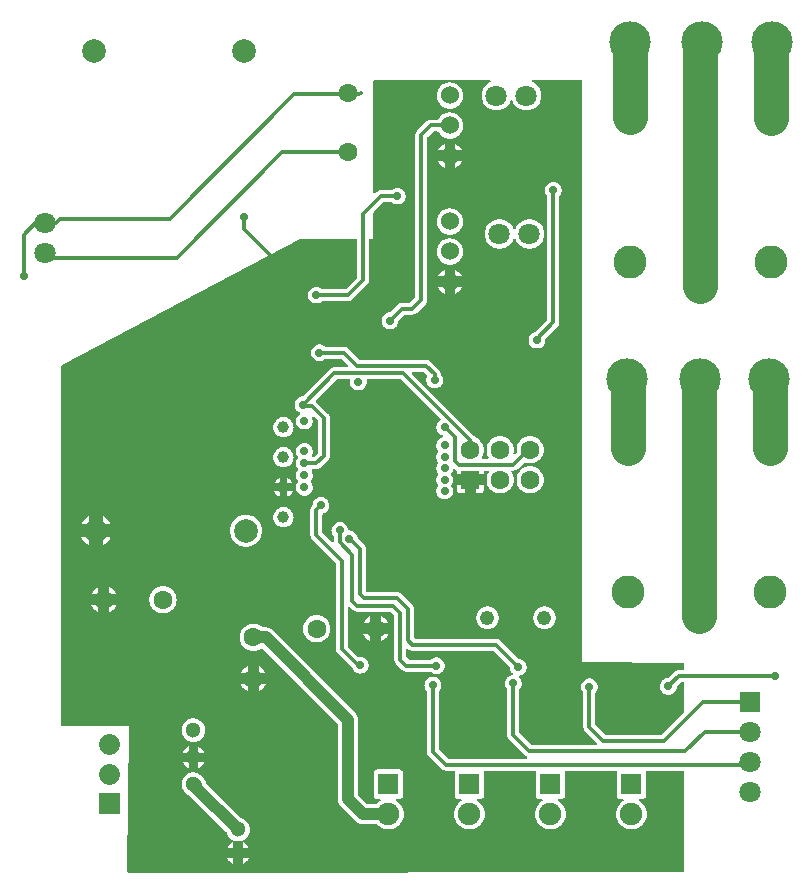
<source format=gbl>
G04 Layer: BottomLayer*
G04 EasyEDA v6.4.20.6, 2021-07-30T13:21:48--3:00*
G04 b5d51b18a43e43a9a62da66a6b900804,9d841d54c62b4e4b873e3168cd68637e,10*
G04 Gerber Generator version 0.2*
G04 Scale: 100 percent, Rotated: No, Reflected: No *
G04 Dimensions in millimeters *
G04 leading zeros omitted , absolute positions ,4 integer and 5 decimal *
%FSLAX45Y45*%
%MOMM*%

%ADD10C,0.3000*%
%ADD12C,1.0000*%
%ADD13C,3.0000*%
%ADD17C,0.7100*%
%ADD33C,1.8000*%
%ADD34C,1.5240*%
%ADD35C,1.6000*%
%ADD36C,1.3000*%
%ADD37R,1.8000X1.8000*%
%ADD38C,2.0000*%
%ADD39C,1.9000*%
%ADD40C,2.7940*%
%ADD41R,1.6000X1.6000*%
%ADD42C,1.2116*%
%ADD43C,1.3000*%
%ADD44C,3.5000*%

%LPD*%
G36*
X480161Y2818688D02*
G01*
X476250Y2819501D01*
X472948Y2821736D01*
X470763Y2825038D01*
X470001Y2828950D01*
X482600Y4055922D01*
X481584Y4056938D01*
X-78740Y4056938D01*
X-82651Y4057700D01*
X-85902Y4059936D01*
X-88138Y4063237D01*
X-88900Y4067098D01*
X-88900Y7111542D01*
X-88239Y7115098D01*
X-86360Y7118248D01*
X-83464Y7120483D01*
X1928164Y8183270D01*
X1930450Y8184134D01*
X1932939Y8184438D01*
X2403144Y8184438D01*
X2407005Y8183676D01*
X2410307Y8181492D01*
X2412542Y8178190D01*
X2413304Y8174278D01*
X2413304Y7861046D01*
X2412542Y7857134D01*
X2410307Y7853832D01*
X2318867Y7762392D01*
X2315565Y7760157D01*
X2311654Y7759395D01*
X2123643Y7759395D01*
X2120138Y7760055D01*
X2117039Y7761833D01*
X2111806Y7766303D01*
X2102307Y7772146D01*
X2092045Y7776413D01*
X2081225Y7779003D01*
X2070100Y7779867D01*
X2058974Y7779003D01*
X2048154Y7776413D01*
X2037892Y7772146D01*
X2028393Y7766303D01*
X2019909Y7759090D01*
X2012696Y7750606D01*
X2006854Y7741107D01*
X2002586Y7730845D01*
X1999996Y7720025D01*
X1999132Y7708900D01*
X1999996Y7697774D01*
X2002586Y7686954D01*
X2006854Y7676692D01*
X2012696Y7667193D01*
X2019909Y7658709D01*
X2028393Y7651496D01*
X2037892Y7645653D01*
X2048154Y7641386D01*
X2058974Y7638796D01*
X2070100Y7637932D01*
X2081225Y7638796D01*
X2092045Y7641386D01*
X2102307Y7645653D01*
X2111806Y7651496D01*
X2117039Y7655966D01*
X2120138Y7657744D01*
X2123643Y7658404D01*
X2336596Y7658404D01*
X2341219Y7658608D01*
X2345588Y7659166D01*
X2349855Y7660131D01*
X2354072Y7661452D01*
X2358136Y7663129D01*
X2362047Y7665161D01*
X2365756Y7667548D01*
X2369261Y7670190D01*
X2372664Y7673340D01*
X2499360Y7800035D01*
X2502509Y7803438D01*
X2505151Y7806944D01*
X2507538Y7810652D01*
X2509570Y7814564D01*
X2511247Y7818628D01*
X2512568Y7822844D01*
X2513533Y7827111D01*
X2514092Y7831480D01*
X2514295Y7836103D01*
X2514295Y8174278D01*
X2515108Y8178190D01*
X2517292Y8181492D01*
X2520594Y8183676D01*
X2524455Y8184438D01*
X2551684Y8184438D01*
X2552700Y8185454D01*
X2552700Y8407958D01*
X2553462Y8411870D01*
X2555697Y8415121D01*
X2634132Y8493607D01*
X2637434Y8495792D01*
X2641346Y8496604D01*
X2702356Y8496604D01*
X2705862Y8495944D01*
X2708960Y8494166D01*
X2714193Y8489696D01*
X2723692Y8483854D01*
X2733954Y8479586D01*
X2744774Y8476996D01*
X2755900Y8476132D01*
X2767025Y8476996D01*
X2777845Y8479586D01*
X2788107Y8483854D01*
X2797606Y8489696D01*
X2806090Y8496909D01*
X2813304Y8505393D01*
X2819146Y8514892D01*
X2823413Y8525154D01*
X2826004Y8535974D01*
X2826867Y8547100D01*
X2826004Y8558225D01*
X2823413Y8569045D01*
X2819146Y8579307D01*
X2813304Y8588806D01*
X2806090Y8597290D01*
X2797606Y8604504D01*
X2788107Y8610346D01*
X2777845Y8614613D01*
X2767025Y8617204D01*
X2755900Y8618067D01*
X2744774Y8617204D01*
X2733954Y8614613D01*
X2723692Y8610346D01*
X2714193Y8604504D01*
X2708960Y8600033D01*
X2705862Y8598255D01*
X2702356Y8597595D01*
X2616403Y8597595D01*
X2611780Y8597392D01*
X2607411Y8596833D01*
X2603144Y8595868D01*
X2598928Y8594547D01*
X2594864Y8592870D01*
X2590952Y8590838D01*
X2587244Y8588451D01*
X2583738Y8585809D01*
X2580335Y8582660D01*
X2570022Y8572398D01*
X2566771Y8570163D01*
X2562860Y8569401D01*
X2558948Y8570163D01*
X2555697Y8572398D01*
X2553462Y8575649D01*
X2552700Y8579561D01*
X2552700Y9520478D01*
X2553462Y9524390D01*
X2555697Y9527692D01*
X2558948Y9529876D01*
X2562860Y9530638D01*
X3191510Y9530638D01*
X3195777Y9529724D01*
X3199231Y9527082D01*
X3200400Y9524949D01*
X3201568Y9527082D01*
X3205022Y9529724D01*
X3209290Y9530638D01*
X3536289Y9530638D01*
X3540150Y9529876D01*
X3543401Y9527743D01*
X3545636Y9524492D01*
X3546449Y9520682D01*
X3545738Y9516821D01*
X3543655Y9513468D01*
X3540455Y9511233D01*
X3535781Y9509099D01*
X3522827Y9501276D01*
X3510889Y9491929D01*
X3500170Y9481210D01*
X3490823Y9469272D01*
X3483000Y9456318D01*
X3476751Y9442500D01*
X3472281Y9428022D01*
X3469538Y9413138D01*
X3468624Y9398000D01*
X3469538Y9382861D01*
X3472281Y9367977D01*
X3476751Y9353499D01*
X3483000Y9339681D01*
X3490823Y9326727D01*
X3500170Y9314789D01*
X3510889Y9304070D01*
X3522827Y9294723D01*
X3535781Y9286900D01*
X3549599Y9280652D01*
X3564077Y9276130D01*
X3578961Y9273438D01*
X3594100Y9272524D01*
X3609238Y9273438D01*
X3624122Y9276130D01*
X3638600Y9280652D01*
X3652418Y9286900D01*
X3665372Y9294723D01*
X3677310Y9304070D01*
X3688029Y9314789D01*
X3697376Y9326727D01*
X3705199Y9339681D01*
X3711803Y9354515D01*
X3714038Y9357664D01*
X3717290Y9359798D01*
X3721100Y9360509D01*
X3724910Y9359798D01*
X3728161Y9357664D01*
X3730396Y9354515D01*
X3737000Y9339681D01*
X3744823Y9326727D01*
X3754170Y9314789D01*
X3764889Y9304070D01*
X3776827Y9294723D01*
X3789781Y9286900D01*
X3803599Y9280652D01*
X3818077Y9276130D01*
X3832961Y9273438D01*
X3848100Y9272524D01*
X3863238Y9273438D01*
X3878122Y9276130D01*
X3892600Y9280652D01*
X3906418Y9286900D01*
X3919372Y9294723D01*
X3931310Y9304070D01*
X3942029Y9314789D01*
X3951376Y9326727D01*
X3959199Y9339681D01*
X3965448Y9353499D01*
X3969918Y9367977D01*
X3972661Y9382861D01*
X3973576Y9398000D01*
X3972661Y9413138D01*
X3969918Y9428022D01*
X3965448Y9442500D01*
X3959199Y9456318D01*
X3951376Y9469272D01*
X3942029Y9481210D01*
X3931310Y9491929D01*
X3919372Y9501276D01*
X3906418Y9509099D01*
X3901744Y9511233D01*
X3898544Y9513468D01*
X3896461Y9516821D01*
X3895750Y9520682D01*
X3896563Y9524492D01*
X3898798Y9527743D01*
X3902049Y9529876D01*
X3905910Y9530638D01*
X4307840Y9530638D01*
X4311751Y9529876D01*
X4315002Y9527692D01*
X4317238Y9524390D01*
X4318000Y9520478D01*
X4318000Y4604054D01*
X4318965Y4603038D01*
X5171490Y4596790D01*
X5175402Y4595977D01*
X5178653Y4593742D01*
X5180838Y4590491D01*
X5181600Y4586630D01*
X5181600Y4543755D01*
X5180838Y4539894D01*
X5178602Y4536592D01*
X5175351Y4534357D01*
X5171440Y4533595D01*
X5136489Y4533595D01*
X5131866Y4533392D01*
X5127498Y4532833D01*
X5123180Y4531868D01*
X5119014Y4530547D01*
X5114899Y4528870D01*
X5110988Y4526838D01*
X5107279Y4524451D01*
X5103825Y4521809D01*
X5100370Y4518660D01*
X5051348Y4469587D01*
X5048402Y4467555D01*
X5044948Y4466640D01*
X5038039Y4466132D01*
X5027218Y4463491D01*
X5016957Y4459274D01*
X5007457Y4453432D01*
X4998974Y4446219D01*
X4991760Y4437735D01*
X4985918Y4428236D01*
X4981651Y4417923D01*
X4979060Y4407103D01*
X4978196Y4396028D01*
X4979060Y4384903D01*
X4981651Y4374083D01*
X4985918Y4363770D01*
X4991760Y4354271D01*
X4998974Y4345838D01*
X5007457Y4338574D01*
X5016957Y4332782D01*
X5027218Y4328515D01*
X5038039Y4325924D01*
X5049164Y4325061D01*
X5060238Y4325924D01*
X5071110Y4328515D01*
X5081371Y4332782D01*
X5090871Y4338574D01*
X5099354Y4345838D01*
X5106568Y4354271D01*
X5112410Y4363770D01*
X5116677Y4374083D01*
X5119268Y4384903D01*
X5119776Y4391761D01*
X5120690Y4395216D01*
X5122722Y4398162D01*
X5154218Y4429607D01*
X5157520Y4431792D01*
X5161381Y4432604D01*
X5171440Y4432604D01*
X5175351Y4431792D01*
X5178602Y4429607D01*
X5180838Y4426305D01*
X5181600Y4422444D01*
X5181600Y4177741D01*
X5180838Y4173829D01*
X5178602Y4170578D01*
X4998567Y3990492D01*
X4995265Y3988257D01*
X4991354Y3987495D01*
X4520946Y3987495D01*
X4517034Y3988257D01*
X4513732Y3990492D01*
X4434992Y4069232D01*
X4432808Y4072534D01*
X4431995Y4076446D01*
X4431995Y4340656D01*
X4432655Y4344162D01*
X4434433Y4347260D01*
X4438904Y4352493D01*
X4444746Y4361992D01*
X4449013Y4372254D01*
X4451604Y4383074D01*
X4452467Y4394200D01*
X4451604Y4405325D01*
X4449013Y4416145D01*
X4444746Y4426407D01*
X4438904Y4435906D01*
X4431690Y4444390D01*
X4423206Y4451604D01*
X4413707Y4457446D01*
X4403445Y4461713D01*
X4392625Y4464304D01*
X4381500Y4465167D01*
X4370374Y4464304D01*
X4359554Y4461713D01*
X4349292Y4457446D01*
X4339793Y4451604D01*
X4331309Y4444390D01*
X4324096Y4435906D01*
X4318254Y4426407D01*
X4313986Y4416145D01*
X4311396Y4405325D01*
X4310532Y4394200D01*
X4311396Y4383074D01*
X4313986Y4372254D01*
X4318254Y4361992D01*
X4324096Y4352493D01*
X4328566Y4347260D01*
X4330344Y4344162D01*
X4331004Y4340656D01*
X4331004Y4051503D01*
X4331208Y4046880D01*
X4331766Y4042511D01*
X4332732Y4038244D01*
X4334052Y4034028D01*
X4335729Y4029964D01*
X4337761Y4026052D01*
X4340148Y4022344D01*
X4342790Y4018838D01*
X4345940Y4015435D01*
X4445406Y3915968D01*
X4447641Y3912666D01*
X4448403Y3908755D01*
X4447641Y3904894D01*
X4445406Y3901592D01*
X4442104Y3899357D01*
X4438243Y3898595D01*
X3898646Y3898595D01*
X3894734Y3899357D01*
X3891432Y3901592D01*
X3790899Y4002125D01*
X3788714Y4005427D01*
X3787952Y4009288D01*
X3787952Y4367834D01*
X3788562Y4371390D01*
X3790391Y4374438D01*
X3794861Y4379722D01*
X3800652Y4389170D01*
X3804920Y4399483D01*
X3807510Y4410303D01*
X3808425Y4421428D01*
X3807510Y4432503D01*
X3804920Y4443374D01*
X3800652Y4453636D01*
X3794861Y4463135D01*
X3787241Y4471924D01*
X3784600Y4475480D01*
X3783685Y4479798D01*
X3784701Y4484116D01*
X3787495Y4487570D01*
X3791458Y4489551D01*
X3800906Y4491786D01*
X3811168Y4496054D01*
X3820668Y4501896D01*
X3829151Y4509109D01*
X3836365Y4517593D01*
X3842207Y4527092D01*
X3846474Y4537354D01*
X3849065Y4548174D01*
X3849928Y4559300D01*
X3849065Y4570425D01*
X3846474Y4581245D01*
X3842207Y4591507D01*
X3836365Y4601006D01*
X3829151Y4609490D01*
X3820668Y4616704D01*
X3811168Y4622546D01*
X3800906Y4626813D01*
X3790035Y4629404D01*
X3783177Y4629962D01*
X3779723Y4630826D01*
X3776776Y4632909D01*
X3624326Y4785360D01*
X3620922Y4788509D01*
X3617417Y4791151D01*
X3613708Y4793538D01*
X3609797Y4795570D01*
X3605733Y4797247D01*
X3601516Y4798568D01*
X3597249Y4799533D01*
X3592880Y4800092D01*
X3588258Y4800295D01*
X2908046Y4800295D01*
X2904134Y4801057D01*
X2900832Y4803292D01*
X2898292Y4805832D01*
X2896108Y4809134D01*
X2895295Y4813046D01*
X2895295Y5054396D01*
X2895092Y5059019D01*
X2894533Y5063388D01*
X2893568Y5067655D01*
X2892247Y5071872D01*
X2890570Y5075936D01*
X2888538Y5079847D01*
X2886151Y5083556D01*
X2883509Y5087061D01*
X2880360Y5090464D01*
X2791764Y5179060D01*
X2788361Y5182209D01*
X2784856Y5184851D01*
X2781147Y5187238D01*
X2777236Y5189270D01*
X2773172Y5190947D01*
X2768955Y5192268D01*
X2764688Y5193233D01*
X2760319Y5193792D01*
X2755696Y5193995D01*
X2501646Y5193995D01*
X2497734Y5194757D01*
X2494432Y5196992D01*
X2491892Y5199532D01*
X2489708Y5202834D01*
X2488895Y5206746D01*
X2488895Y5562396D01*
X2488692Y5567019D01*
X2488133Y5571388D01*
X2487168Y5575655D01*
X2485847Y5579872D01*
X2484170Y5583936D01*
X2482138Y5587847D01*
X2479751Y5591556D01*
X2477109Y5595061D01*
X2473960Y5598464D01*
X2422601Y5649823D01*
X2420569Y5652770D01*
X2417013Y5667806D01*
X2412746Y5678068D01*
X2406904Y5687568D01*
X2399690Y5696051D01*
X2391206Y5703265D01*
X2381707Y5709107D01*
X2371445Y5713374D01*
X2360625Y5715965D01*
X2345537Y5717286D01*
X2342083Y5719216D01*
X2339644Y5722366D01*
X2335885Y5738164D01*
X2331618Y5748477D01*
X2325776Y5757976D01*
X2318562Y5766460D01*
X2310079Y5773674D01*
X2300579Y5779465D01*
X2290318Y5783732D01*
X2279497Y5786374D01*
X2268372Y5787237D01*
X2257247Y5786374D01*
X2246426Y5783732D01*
X2236165Y5779465D01*
X2226665Y5773674D01*
X2218182Y5766460D01*
X2210968Y5757976D01*
X2205126Y5748477D01*
X2200859Y5738164D01*
X2198268Y5727344D01*
X2197404Y5716270D01*
X2198268Y5705144D01*
X2200859Y5694324D01*
X2205126Y5684012D01*
X2210968Y5674512D01*
X2215438Y5669280D01*
X2217216Y5666181D01*
X2217877Y5662676D01*
X2217877Y5625084D01*
X2217115Y5621223D01*
X2214880Y5617921D01*
X2211578Y5615686D01*
X2207717Y5614924D01*
X2203805Y5615686D01*
X2200503Y5617921D01*
X2123592Y5694832D01*
X2121408Y5698134D01*
X2120595Y5702046D01*
X2120595Y5850585D01*
X2121611Y5854954D01*
X2124354Y5858459D01*
X2128418Y5860440D01*
X2130145Y5860846D01*
X2140407Y5865114D01*
X2149906Y5870956D01*
X2158390Y5878169D01*
X2165604Y5886653D01*
X2171446Y5896152D01*
X2175713Y5906414D01*
X2178304Y5917234D01*
X2179167Y5928360D01*
X2178304Y5939485D01*
X2175713Y5950305D01*
X2171446Y5960567D01*
X2165604Y5970066D01*
X2158390Y5978550D01*
X2149906Y5985764D01*
X2140407Y5991606D01*
X2130145Y5995873D01*
X2119325Y5998464D01*
X2108200Y5999327D01*
X2097074Y5998464D01*
X2086254Y5995873D01*
X2075992Y5991606D01*
X2066493Y5985764D01*
X2058009Y5978550D01*
X2050796Y5970066D01*
X2044954Y5960567D01*
X2040686Y5950305D01*
X2038096Y5939485D01*
X2037537Y5932576D01*
X2036724Y5929325D01*
X2034895Y5926480D01*
X2031390Y5922721D01*
X2028748Y5919216D01*
X2026361Y5915507D01*
X2024329Y5911596D01*
X2022652Y5907532D01*
X2021332Y5903315D01*
X2020366Y5899048D01*
X2019807Y5894679D01*
X2019604Y5890056D01*
X2019604Y5677103D01*
X2019807Y5672480D01*
X2020366Y5668111D01*
X2021332Y5663844D01*
X2022652Y5659628D01*
X2024329Y5655564D01*
X2026361Y5651652D01*
X2028748Y5647944D01*
X2031390Y5644438D01*
X2034539Y5641035D01*
X2232507Y5443067D01*
X2234742Y5439765D01*
X2235504Y5435854D01*
X2235504Y4711903D01*
X2235708Y4707280D01*
X2236266Y4702911D01*
X2237232Y4698644D01*
X2238552Y4694428D01*
X2240229Y4690364D01*
X2242261Y4686452D01*
X2244648Y4682744D01*
X2247290Y4679238D01*
X2250440Y4675835D01*
X2374900Y4551375D01*
X2377135Y4548073D01*
X2378964Y4543602D01*
X2384806Y4534103D01*
X2392019Y4525619D01*
X2400503Y4518406D01*
X2410002Y4512564D01*
X2420264Y4508296D01*
X2431084Y4505706D01*
X2442210Y4504842D01*
X2453335Y4505706D01*
X2464155Y4508296D01*
X2474417Y4512564D01*
X2483916Y4518406D01*
X2492400Y4525619D01*
X2499614Y4534103D01*
X2505456Y4543602D01*
X2509723Y4553864D01*
X2512314Y4564684D01*
X2513177Y4575810D01*
X2512314Y4586935D01*
X2509723Y4597755D01*
X2505456Y4608017D01*
X2499614Y4617516D01*
X2492400Y4626000D01*
X2483916Y4633214D01*
X2474417Y4639056D01*
X2464155Y4643323D01*
X2453335Y4645914D01*
X2442210Y4646777D01*
X2426868Y4645507D01*
X2423515Y4646422D01*
X2420721Y4648403D01*
X2339492Y4729632D01*
X2337308Y4732934D01*
X2336495Y4736846D01*
X2336495Y5060543D01*
X2337308Y5064404D01*
X2339492Y5067706D01*
X2342794Y5069941D01*
X2346655Y5070703D01*
X2350566Y5069941D01*
X2353868Y5067706D01*
X2377135Y5044440D01*
X2380538Y5041290D01*
X2384044Y5038648D01*
X2387752Y5036261D01*
X2391664Y5034229D01*
X2395728Y5032552D01*
X2399944Y5031232D01*
X2404211Y5030266D01*
X2408580Y5029708D01*
X2413203Y5029504D01*
X2692654Y5029504D01*
X2696565Y5028692D01*
X2699867Y5026507D01*
X2727807Y4998567D01*
X2730042Y4995265D01*
X2730804Y4991354D01*
X2730804Y4623003D01*
X2731008Y4618380D01*
X2731566Y4614011D01*
X2732532Y4609744D01*
X2733852Y4605528D01*
X2735529Y4601464D01*
X2737561Y4597552D01*
X2739948Y4593844D01*
X2742590Y4590338D01*
X2745740Y4586935D01*
X2796235Y4536440D01*
X2799638Y4533290D01*
X2803144Y4530648D01*
X2806852Y4528261D01*
X2810764Y4526229D01*
X2814828Y4524552D01*
X2819044Y4523232D01*
X2823311Y4522266D01*
X2827680Y4521708D01*
X2832303Y4521504D01*
X3032556Y4521504D01*
X3036062Y4520844D01*
X3039160Y4519066D01*
X3044393Y4514596D01*
X3053892Y4508754D01*
X3064154Y4504486D01*
X3074974Y4501896D01*
X3086100Y4501032D01*
X3097225Y4501896D01*
X3108045Y4504486D01*
X3118307Y4508754D01*
X3127806Y4514596D01*
X3136290Y4521809D01*
X3143504Y4530293D01*
X3149346Y4539792D01*
X3153613Y4550054D01*
X3156204Y4560874D01*
X3157067Y4572000D01*
X3156204Y4583125D01*
X3153613Y4593945D01*
X3149346Y4604207D01*
X3143504Y4613706D01*
X3136290Y4622190D01*
X3127806Y4629404D01*
X3118307Y4635246D01*
X3108045Y4639513D01*
X3097225Y4642104D01*
X3086100Y4642967D01*
X3074974Y4642104D01*
X3064154Y4639513D01*
X3053892Y4635246D01*
X3044393Y4629404D01*
X3039160Y4624933D01*
X3036062Y4623155D01*
X3032556Y4622495D01*
X2857246Y4622495D01*
X2853334Y4623257D01*
X2850032Y4625492D01*
X2834792Y4640732D01*
X2832608Y4644034D01*
X2831795Y4647946D01*
X2831795Y4705096D01*
X2832506Y4708804D01*
X2834538Y4712055D01*
X2837586Y4714290D01*
X2841294Y4715256D01*
X2845054Y4714798D01*
X2848406Y4712970D01*
X2854045Y4708347D01*
X2857652Y4706061D01*
X2861564Y4704029D01*
X2865628Y4702352D01*
X2869844Y4701032D01*
X2874111Y4700066D01*
X2878480Y4699508D01*
X2883103Y4699304D01*
X3563315Y4699304D01*
X3567226Y4698492D01*
X3570528Y4696307D01*
X3705351Y4561433D01*
X3707434Y4558538D01*
X3708298Y4555083D01*
X3708857Y4548174D01*
X3711448Y4537354D01*
X3715715Y4527092D01*
X3721557Y4517593D01*
X3729126Y4508804D01*
X3731818Y4505248D01*
X3732733Y4500880D01*
X3731666Y4496612D01*
X3728923Y4493107D01*
X3724910Y4491177D01*
X3715512Y4488942D01*
X3705199Y4484674D01*
X3695700Y4478832D01*
X3687216Y4471619D01*
X3680002Y4463135D01*
X3674211Y4453636D01*
X3669944Y4443374D01*
X3667302Y4432503D01*
X3666439Y4421428D01*
X3667302Y4410303D01*
X3669944Y4399483D01*
X3674211Y4389170D01*
X3680002Y4379722D01*
X3684473Y4374438D01*
X3686301Y4371390D01*
X3686911Y4367834D01*
X3686911Y3984396D01*
X3687114Y3979773D01*
X3687724Y3975404D01*
X3688638Y3971086D01*
X3689959Y3966921D01*
X3691686Y3962806D01*
X3693718Y3958894D01*
X3696055Y3955186D01*
X3698748Y3951732D01*
X3701897Y3948277D01*
X3837635Y3812540D01*
X3841038Y3809390D01*
X3844442Y3806799D01*
X3850487Y3803192D01*
X3853637Y3800195D01*
X3855262Y3796131D01*
X3855059Y3791762D01*
X3853027Y3787901D01*
X3849522Y3785260D01*
X3845255Y3784295D01*
X3189986Y3784295D01*
X3186074Y3785057D01*
X3182772Y3787292D01*
X3108909Y3861155D01*
X3106724Y3864457D01*
X3105962Y3868318D01*
X3105962Y4354626D01*
X3106572Y4358132D01*
X3108401Y4361230D01*
X3112871Y4366463D01*
X3118662Y4375962D01*
X3122930Y4386224D01*
X3125520Y4397044D01*
X3126435Y4408170D01*
X3125520Y4419295D01*
X3122930Y4430115D01*
X3118662Y4440377D01*
X3112871Y4449876D01*
X3105607Y4458360D01*
X3097174Y4465574D01*
X3087674Y4471416D01*
X3077362Y4475683D01*
X3066542Y4478274D01*
X3055416Y4479137D01*
X3044342Y4478274D01*
X3033522Y4475683D01*
X3023209Y4471416D01*
X3013710Y4465574D01*
X3005226Y4458360D01*
X2998012Y4449876D01*
X2992221Y4440377D01*
X2987954Y4430115D01*
X2985312Y4419295D01*
X2984449Y4408170D01*
X2985312Y4397044D01*
X2987954Y4386224D01*
X2992221Y4375962D01*
X2998012Y4366463D01*
X3002483Y4361180D01*
X3004312Y4358132D01*
X3004921Y4354626D01*
X3004921Y3843426D01*
X3005124Y3838803D01*
X3005734Y3834434D01*
X3006648Y3830116D01*
X3007969Y3825951D01*
X3009696Y3821836D01*
X3011728Y3817975D01*
X3014065Y3814216D01*
X3016758Y3810762D01*
X3019907Y3807307D01*
X3128975Y3698240D01*
X3132378Y3695090D01*
X3135884Y3692448D01*
X3139592Y3690061D01*
X3143504Y3688029D01*
X3147568Y3686352D01*
X3151784Y3685032D01*
X3156051Y3684066D01*
X3160420Y3683508D01*
X3165043Y3683304D01*
X3232251Y3683304D01*
X3235960Y3682593D01*
X3239160Y3680612D01*
X3241395Y3677564D01*
X3242411Y3673906D01*
X3242005Y3670198D01*
X3240633Y3665626D01*
X3239871Y3658209D01*
X3239871Y3479241D01*
X3240633Y3471824D01*
X3242614Y3465169D01*
X3245916Y3459022D01*
X3250336Y3453637D01*
X3255721Y3449218D01*
X3261817Y3445967D01*
X3268472Y3443935D01*
X3275888Y3443224D01*
X3289757Y3443224D01*
X3294024Y3442258D01*
X3297529Y3439617D01*
X3299561Y3435756D01*
X3299764Y3431336D01*
X3298139Y3427272D01*
X3294938Y3424326D01*
X3292601Y3422904D01*
X3280308Y3413556D01*
X3269234Y3402787D01*
X3259480Y3390747D01*
X3251200Y3377692D01*
X3244596Y3363722D01*
X3239617Y3349091D01*
X3236417Y3333953D01*
X3235045Y3318560D01*
X3235502Y3303117D01*
X3237788Y3287826D01*
X3241903Y3272891D01*
X3247694Y3258565D01*
X3255162Y3245053D01*
X3264153Y3232454D01*
X3274618Y3221075D01*
X3286302Y3210966D01*
X3299155Y3202330D01*
X3312871Y3195269D01*
X3327400Y3189884D01*
X3342436Y3186277D01*
X3357778Y3184448D01*
X3373221Y3184448D01*
X3388563Y3186277D01*
X3403600Y3189884D01*
X3418128Y3195269D01*
X3431844Y3202330D01*
X3444697Y3210966D01*
X3456381Y3221075D01*
X3466846Y3232454D01*
X3475837Y3245053D01*
X3483305Y3258565D01*
X3489096Y3272891D01*
X3493211Y3287826D01*
X3495497Y3303117D01*
X3495954Y3318560D01*
X3494582Y3333953D01*
X3491382Y3349091D01*
X3486404Y3363722D01*
X3479800Y3377692D01*
X3471519Y3390747D01*
X3461765Y3402787D01*
X3450691Y3413556D01*
X3438398Y3422904D01*
X3436061Y3424326D01*
X3432860Y3427272D01*
X3431235Y3431336D01*
X3431438Y3435756D01*
X3433470Y3439617D01*
X3436975Y3442258D01*
X3441242Y3443224D01*
X3454908Y3443224D01*
X3462324Y3443935D01*
X3468979Y3445967D01*
X3475075Y3449218D01*
X3480460Y3453637D01*
X3484879Y3459022D01*
X3488182Y3465169D01*
X3490163Y3471824D01*
X3490925Y3479241D01*
X3490925Y3658209D01*
X3490163Y3665626D01*
X3488791Y3670198D01*
X3488385Y3673906D01*
X3489401Y3677564D01*
X3491636Y3680612D01*
X3494836Y3682593D01*
X3498545Y3683304D01*
X3918051Y3683304D01*
X3921760Y3682593D01*
X3924960Y3680612D01*
X3927195Y3677564D01*
X3928211Y3673906D01*
X3927805Y3670198D01*
X3926433Y3665626D01*
X3925671Y3658209D01*
X3925671Y3479241D01*
X3926433Y3471824D01*
X3928414Y3465169D01*
X3931716Y3459022D01*
X3936136Y3453637D01*
X3941521Y3449218D01*
X3947617Y3445967D01*
X3954272Y3443935D01*
X3961688Y3443224D01*
X3975557Y3443224D01*
X3979824Y3442258D01*
X3983329Y3439617D01*
X3985361Y3435756D01*
X3985564Y3431336D01*
X3983939Y3427272D01*
X3980738Y3424326D01*
X3978401Y3422954D01*
X3966108Y3413556D01*
X3955034Y3402787D01*
X3945280Y3390798D01*
X3937000Y3377692D01*
X3930396Y3363722D01*
X3925417Y3349091D01*
X3922217Y3333953D01*
X3920845Y3318560D01*
X3921302Y3303117D01*
X3923588Y3287826D01*
X3927703Y3272891D01*
X3933494Y3258565D01*
X3940962Y3245053D01*
X3949954Y3232454D01*
X3960418Y3221075D01*
X3972102Y3210966D01*
X3984955Y3202330D01*
X3998671Y3195269D01*
X4013200Y3189884D01*
X4028236Y3186277D01*
X4043578Y3184448D01*
X4059021Y3184448D01*
X4074363Y3186277D01*
X4089400Y3189884D01*
X4103928Y3195269D01*
X4117644Y3202330D01*
X4130497Y3210966D01*
X4142181Y3221075D01*
X4152646Y3232454D01*
X4161637Y3245053D01*
X4169105Y3258565D01*
X4174896Y3272891D01*
X4179011Y3287826D01*
X4181297Y3303117D01*
X4181754Y3318560D01*
X4180382Y3333953D01*
X4177182Y3349091D01*
X4172204Y3363722D01*
X4165600Y3377692D01*
X4157319Y3390798D01*
X4147565Y3402787D01*
X4136491Y3413556D01*
X4124198Y3422954D01*
X4121861Y3424326D01*
X4118660Y3427272D01*
X4117035Y3431336D01*
X4117238Y3435756D01*
X4119270Y3439617D01*
X4122775Y3442258D01*
X4127042Y3443224D01*
X4140708Y3443224D01*
X4148124Y3443935D01*
X4154779Y3445967D01*
X4160875Y3449218D01*
X4166260Y3453637D01*
X4170679Y3459022D01*
X4173982Y3465169D01*
X4175963Y3471824D01*
X4176725Y3479241D01*
X4176725Y3658209D01*
X4175963Y3665626D01*
X4174591Y3670198D01*
X4174185Y3673906D01*
X4175201Y3677564D01*
X4177436Y3680612D01*
X4180636Y3682593D01*
X4184345Y3683304D01*
X4603902Y3683304D01*
X4607560Y3682593D01*
X4610760Y3680612D01*
X4612995Y3677564D01*
X4614011Y3673906D01*
X4613605Y3670198D01*
X4612233Y3665626D01*
X4611471Y3658209D01*
X4611471Y3479190D01*
X4612233Y3471773D01*
X4614214Y3465118D01*
X4617516Y3459022D01*
X4621936Y3453637D01*
X4627321Y3449218D01*
X4633417Y3445967D01*
X4640072Y3443935D01*
X4647488Y3443224D01*
X4661357Y3443224D01*
X4665624Y3442258D01*
X4669129Y3439617D01*
X4671161Y3435705D01*
X4671364Y3431336D01*
X4669739Y3427272D01*
X4666538Y3424275D01*
X4664202Y3422904D01*
X4651908Y3413556D01*
X4640834Y3402787D01*
X4631080Y3390747D01*
X4622800Y3377692D01*
X4616196Y3363722D01*
X4611217Y3349091D01*
X4608017Y3333953D01*
X4606645Y3318560D01*
X4607102Y3303117D01*
X4609388Y3287826D01*
X4613503Y3272891D01*
X4619294Y3258565D01*
X4626762Y3245053D01*
X4635754Y3232454D01*
X4646218Y3221075D01*
X4657902Y3210966D01*
X4670755Y3202330D01*
X4684471Y3195269D01*
X4699000Y3189884D01*
X4714036Y3186277D01*
X4729378Y3184448D01*
X4744821Y3184448D01*
X4760163Y3186277D01*
X4775200Y3189884D01*
X4789728Y3195269D01*
X4803444Y3202330D01*
X4816297Y3210966D01*
X4827981Y3221075D01*
X4838446Y3232454D01*
X4847437Y3245053D01*
X4854905Y3258565D01*
X4860696Y3272891D01*
X4864811Y3287826D01*
X4867097Y3303117D01*
X4867554Y3318560D01*
X4866182Y3333953D01*
X4862982Y3349091D01*
X4858004Y3363722D01*
X4851400Y3377692D01*
X4843119Y3390747D01*
X4833366Y3402787D01*
X4822291Y3413556D01*
X4809998Y3422904D01*
X4807661Y3424275D01*
X4804460Y3427272D01*
X4802835Y3431336D01*
X4803038Y3435705D01*
X4805070Y3439617D01*
X4808575Y3442258D01*
X4812842Y3443224D01*
X4826508Y3443224D01*
X4833924Y3443935D01*
X4840579Y3445967D01*
X4846675Y3449218D01*
X4852060Y3453637D01*
X4856480Y3459022D01*
X4859782Y3465118D01*
X4861763Y3471773D01*
X4862525Y3479190D01*
X4862525Y3658209D01*
X4861763Y3665626D01*
X4860391Y3670198D01*
X4859985Y3673906D01*
X4861001Y3677564D01*
X4863236Y3680612D01*
X4866436Y3682593D01*
X4870094Y3683304D01*
X5171440Y3683304D01*
X5175351Y3682492D01*
X5178602Y3680307D01*
X5180838Y3677005D01*
X5181600Y3673144D01*
X5181600Y2835198D01*
X5180838Y2831287D01*
X5178653Y2828036D01*
X5175351Y2825800D01*
X5171440Y2825038D01*
G37*

%LPC*%
G36*
X80111Y5771337D02*
G01*
X146862Y5771337D01*
X146862Y5837986D01*
X142392Y5836056D01*
X128727Y5828182D01*
X116128Y5818784D01*
X104648Y5807964D01*
X94538Y5795924D01*
X85852Y5782716D01*
G37*
G36*
X1367485Y2892602D02*
G01*
X1367485Y2946400D01*
X1313789Y2946400D01*
X1318209Y2936951D01*
X1325422Y2925622D01*
X1334058Y2915412D01*
X1344015Y2906369D01*
X1355090Y2898800D01*
G37*
G36*
X1313840Y3024124D02*
G01*
X1367485Y3024124D01*
X1367485Y3078429D01*
X1367840Y3080004D01*
X1366469Y3078073D01*
X1363319Y3075940D01*
X1360982Y3074924D01*
X1349451Y3068116D01*
X1338884Y3059785D01*
X1329588Y3050133D01*
X1321612Y3039313D01*
X1315161Y3027527D01*
G37*
G36*
X1445158Y3024124D02*
G01*
X1498803Y3024124D01*
X1497482Y3027527D01*
X1491030Y3039313D01*
X1483055Y3050133D01*
X1473708Y3059785D01*
X1463192Y3068116D01*
X1451610Y3074924D01*
X1449324Y3075940D01*
X1446123Y3078073D01*
X1444802Y3080004D01*
X1445158Y3078429D01*
G37*
G36*
X1369212Y3083763D02*
G01*
X1371193Y3086252D01*
X1375206Y3088284D01*
X1379626Y3088386D01*
X1392936Y3085642D01*
X1406296Y3084779D01*
X1419707Y3085642D01*
X1432966Y3088386D01*
X1437436Y3088284D01*
X1441450Y3086252D01*
X1443380Y3083763D01*
X1443126Y3084931D01*
X1443736Y3088690D01*
X1445666Y3091992D01*
X1448714Y3094329D01*
X1457502Y3098800D01*
X1468577Y3106369D01*
X1478534Y3115411D01*
X1487220Y3125622D01*
X1494434Y3136950D01*
X1500073Y3149142D01*
X1504035Y3161944D01*
X1506270Y3175203D01*
X1506728Y3188614D01*
X1505407Y3201974D01*
X1502308Y3215030D01*
X1497482Y3227527D01*
X1491030Y3239312D01*
X1483055Y3250133D01*
X1473708Y3259785D01*
X1463192Y3268116D01*
X1451610Y3274923D01*
X1439265Y3280156D01*
X1432306Y3282086D01*
X1429867Y3283102D01*
X1427784Y3284728D01*
X1139698Y3572814D01*
X1137970Y3575151D01*
X1136954Y3577844D01*
X1136142Y3581603D01*
X1131874Y3593033D01*
X1126032Y3603751D01*
X1118311Y3614064D01*
X1115161Y3619906D01*
X1107541Y3630980D01*
X1098550Y3640937D01*
X1088288Y3649624D01*
X1077010Y3656837D01*
X1064818Y3662476D01*
X1052017Y3666439D01*
X1038758Y3668674D01*
X1025347Y3669131D01*
X1011986Y3667810D01*
X998931Y3664661D01*
X986383Y3659835D01*
X974648Y3653383D01*
X963828Y3645458D01*
X954176Y3636111D01*
X945845Y3625545D01*
X939037Y3614013D01*
X933754Y3601669D01*
X930249Y3588715D01*
X928420Y3575405D01*
X928420Y3561994D01*
X930249Y3548684D01*
X933754Y3535730D01*
X939037Y3523386D01*
X945845Y3511804D01*
X954176Y3501288D01*
X963828Y3491941D01*
X974648Y3484016D01*
X986383Y3477564D01*
X995273Y3474110D01*
X998829Y3471824D01*
X1306728Y3163925D01*
X1308252Y3161995D01*
X1309268Y3159760D01*
X1312519Y3149142D01*
X1318209Y3136950D01*
X1325422Y3125622D01*
X1334058Y3115411D01*
X1344015Y3106369D01*
X1355090Y3098800D01*
X1363929Y3094329D01*
X1366926Y3091992D01*
X1368907Y3088690D01*
X1369466Y3084931D01*
G37*
G36*
X3200400Y9287306D02*
G01*
X3214674Y9288221D01*
X3228746Y9290964D01*
X3242310Y9295485D01*
X3255213Y9301683D01*
X3267202Y9309506D01*
X3278124Y9318752D01*
X3287725Y9329369D01*
X3295904Y9341104D01*
X3302508Y9353804D01*
X3307486Y9367215D01*
X3310636Y9381185D01*
X3312007Y9395409D01*
X3311550Y9409734D01*
X3309264Y9423857D01*
X3305200Y9437573D01*
X3299409Y9450679D01*
X3291992Y9462922D01*
X3283102Y9474098D01*
X3272790Y9484055D01*
X3261309Y9492589D01*
X3248863Y9499650D01*
X3235604Y9504984D01*
X3221736Y9508642D01*
X3207969Y9510420D01*
X3203905Y9511893D01*
X3200806Y9514890D01*
X3199993Y9514890D01*
X3196894Y9511893D01*
X3192830Y9510420D01*
X3179064Y9508642D01*
X3165195Y9504984D01*
X3151936Y9499650D01*
X3139490Y9492589D01*
X3128010Y9484055D01*
X3117697Y9474098D01*
X3108807Y9462922D01*
X3101390Y9450679D01*
X3095599Y9437573D01*
X3091535Y9423857D01*
X3089249Y9409734D01*
X3088792Y9395409D01*
X3090164Y9381185D01*
X3093313Y9367215D01*
X3098292Y9353804D01*
X3104896Y9341104D01*
X3113074Y9329369D01*
X3122676Y9318752D01*
X3133598Y9309506D01*
X3145586Y9301683D01*
X3158490Y9295485D01*
X3172053Y9290964D01*
X3186125Y9288221D01*
G37*
G36*
X3244850Y8933434D02*
G01*
X3302609Y8933434D01*
X3299409Y8940647D01*
X3291992Y8952890D01*
X3283102Y8964066D01*
X3272790Y8974023D01*
X3261309Y8982608D01*
X3248863Y8989618D01*
X3244850Y8991244D01*
G37*
G36*
X2671978Y3184448D02*
G01*
X2687421Y3184448D01*
X2702763Y3186277D01*
X2717800Y3189884D01*
X2732328Y3195269D01*
X2746044Y3202330D01*
X2758897Y3210966D01*
X2770581Y3221075D01*
X2781046Y3232454D01*
X2790037Y3245053D01*
X2797505Y3258565D01*
X2803296Y3272891D01*
X2807411Y3287826D01*
X2809697Y3303117D01*
X2810154Y3318560D01*
X2808782Y3333953D01*
X2805582Y3349091D01*
X2800604Y3363722D01*
X2794000Y3377692D01*
X2785719Y3390747D01*
X2775966Y3402787D01*
X2764891Y3413556D01*
X2752598Y3422904D01*
X2750261Y3424275D01*
X2747060Y3427272D01*
X2745435Y3431336D01*
X2745638Y3435705D01*
X2747670Y3439617D01*
X2751175Y3442258D01*
X2755442Y3443224D01*
X2769108Y3443224D01*
X2776524Y3443935D01*
X2783179Y3445967D01*
X2789275Y3449218D01*
X2794660Y3453637D01*
X2799080Y3459022D01*
X2802382Y3465169D01*
X2804363Y3471824D01*
X2805125Y3479241D01*
X2805125Y3658209D01*
X2804363Y3665626D01*
X2802382Y3672281D01*
X2799080Y3678428D01*
X2794660Y3683812D01*
X2789275Y3688181D01*
X2783179Y3691483D01*
X2776524Y3693515D01*
X2769108Y3694226D01*
X2590088Y3694226D01*
X2582672Y3693515D01*
X2576017Y3691483D01*
X2569921Y3688181D01*
X2564536Y3683812D01*
X2560116Y3678428D01*
X2556814Y3672281D01*
X2554833Y3665626D01*
X2554071Y3658209D01*
X2554071Y3479241D01*
X2554833Y3471824D01*
X2556814Y3465169D01*
X2560116Y3459022D01*
X2564536Y3453637D01*
X2569921Y3449218D01*
X2576017Y3445967D01*
X2582672Y3443935D01*
X2590088Y3443224D01*
X2603957Y3443224D01*
X2608224Y3442258D01*
X2611729Y3439617D01*
X2613761Y3435705D01*
X2613964Y3431336D01*
X2612339Y3427272D01*
X2609138Y3424275D01*
X2606802Y3422904D01*
X2594508Y3413556D01*
X2583688Y3403041D01*
X2580436Y3400907D01*
X2576626Y3400196D01*
X2503474Y3400196D01*
X2499563Y3400958D01*
X2496261Y3403142D01*
X2425293Y3474161D01*
X2423058Y3477463D01*
X2422296Y3481324D01*
X2422296Y4114596D01*
X2422093Y4120896D01*
X2421432Y4126992D01*
X2420366Y4132986D01*
X2418842Y4138879D01*
X2416911Y4144670D01*
X2414574Y4150309D01*
X2411831Y4155795D01*
X2408732Y4161028D01*
X2405227Y4166057D01*
X2401417Y4170781D01*
X2397150Y4175404D01*
X1701698Y4870856D01*
X1697075Y4875123D01*
X1692351Y4878933D01*
X1687322Y4882438D01*
X1682089Y4885537D01*
X1676603Y4888280D01*
X1670964Y4890617D01*
X1665173Y4892548D01*
X1659280Y4894072D01*
X1653286Y4895138D01*
X1647189Y4895799D01*
X1640890Y4896002D01*
X1618030Y4896002D01*
X1614322Y4896713D01*
X1598574Y4907991D01*
X1585874Y4915001D01*
X1572412Y4920335D01*
X1558340Y4923942D01*
X1543964Y4925771D01*
X1529435Y4925771D01*
X1515059Y4923942D01*
X1500987Y4920335D01*
X1487525Y4915001D01*
X1474825Y4907991D01*
X1463090Y4899507D01*
X1452524Y4889550D01*
X1443278Y4878374D01*
X1435506Y4866132D01*
X1429308Y4853025D01*
X1424838Y4839208D01*
X1422146Y4824984D01*
X1421231Y4810506D01*
X1422146Y4796028D01*
X1424838Y4781804D01*
X1429308Y4767986D01*
X1435506Y4754880D01*
X1443278Y4742637D01*
X1452524Y4731461D01*
X1463090Y4721504D01*
X1474825Y4712970D01*
X1487525Y4706010D01*
X1500987Y4700676D01*
X1515059Y4697069D01*
X1529435Y4695240D01*
X1543964Y4695240D01*
X1558340Y4697069D01*
X1572412Y4700676D01*
X1585874Y4706010D01*
X1598574Y4712970D01*
X1602638Y4715916D01*
X1605838Y4717491D01*
X1609394Y4717846D01*
X1612849Y4716932D01*
X1615795Y4714900D01*
X2248306Y4082338D01*
X2250541Y4079036D01*
X2251303Y4075176D01*
X2251303Y3441903D01*
X2251506Y3435604D01*
X2252167Y3429508D01*
X2253234Y3423513D01*
X2254758Y3417620D01*
X2256688Y3411829D01*
X2259025Y3406190D01*
X2261768Y3400704D01*
X2264867Y3395472D01*
X2268372Y3390442D01*
X2272182Y3385718D01*
X2276449Y3381095D01*
X2403246Y3254349D01*
X2407818Y3250031D01*
X2412593Y3246221D01*
X2417622Y3242767D01*
X2422855Y3239617D01*
X2428290Y3236874D01*
X2433929Y3234537D01*
X2439720Y3232658D01*
X2445664Y3231134D01*
X2451658Y3230067D01*
X2457704Y3229406D01*
X2464003Y3229152D01*
X2576931Y3229152D01*
X2580995Y3228289D01*
X2584399Y3225850D01*
X2588818Y3221075D01*
X2600502Y3210966D01*
X2613355Y3202330D01*
X2627071Y3195269D01*
X2641600Y3189884D01*
X2656636Y3186277D01*
G37*
G36*
X3098190Y8933434D02*
G01*
X3155950Y8933434D01*
X3155950Y8991244D01*
X3151936Y8989618D01*
X3139490Y8982608D01*
X3128010Y8974023D01*
X3117697Y8964066D01*
X3108807Y8952890D01*
X3101390Y8940647D01*
G37*
G36*
X3155950Y8786672D02*
G01*
X3155950Y8844534D01*
X3097987Y8844534D01*
X3104896Y8831122D01*
X3113074Y8819337D01*
X3122676Y8808770D01*
X3133598Y8799474D01*
X3145586Y8791702D01*
G37*
G36*
X3244850Y8786672D02*
G01*
X3255213Y8791702D01*
X3267202Y8799474D01*
X3278124Y8808770D01*
X3287725Y8819337D01*
X3295904Y8831122D01*
X3302812Y8844534D01*
X3244850Y8844534D01*
G37*
G36*
X3200400Y8220506D02*
G01*
X3214674Y8221421D01*
X3228746Y8224164D01*
X3242310Y8228685D01*
X3255213Y8234883D01*
X3267202Y8242706D01*
X3278124Y8251952D01*
X3287725Y8262569D01*
X3295904Y8274303D01*
X3302508Y8287003D01*
X3307486Y8300415D01*
X3310636Y8314385D01*
X3312007Y8328609D01*
X3311550Y8342934D01*
X3309264Y8357057D01*
X3305200Y8370773D01*
X3299409Y8383879D01*
X3291992Y8396122D01*
X3283102Y8407298D01*
X3272790Y8417255D01*
X3261309Y8425789D01*
X3248863Y8432850D01*
X3235604Y8438184D01*
X3221736Y8441842D01*
X3207562Y8443671D01*
X3193237Y8443671D01*
X3179064Y8441842D01*
X3165195Y8438184D01*
X3151936Y8432850D01*
X3139490Y8425789D01*
X3128010Y8417255D01*
X3117697Y8407298D01*
X3108807Y8396122D01*
X3101390Y8383879D01*
X3095599Y8370773D01*
X3091535Y8357057D01*
X3089249Y8342934D01*
X3088792Y8328609D01*
X3090164Y8314385D01*
X3093313Y8300415D01*
X3098292Y8287003D01*
X3104896Y8274303D01*
X3113074Y8262569D01*
X3122676Y8251952D01*
X3133598Y8242706D01*
X3145586Y8234883D01*
X3158490Y8228685D01*
X3172053Y8224164D01*
X3186125Y8221421D01*
G37*
G36*
X1067562Y3704793D02*
G01*
X1077010Y3709162D01*
X1088288Y3716375D01*
X1098550Y3725062D01*
X1107541Y3735019D01*
X1115161Y3746093D01*
X1121359Y3758437D01*
X1067562Y3758437D01*
G37*
G36*
X989837Y3704844D02*
G01*
X989837Y3758437D01*
X936244Y3758437D01*
X939037Y3751986D01*
X945845Y3740404D01*
X954176Y3729888D01*
X963828Y3720541D01*
X974648Y3712616D01*
X986383Y3706164D01*
G37*
G36*
X3619500Y8101584D02*
G01*
X3634638Y8102498D01*
X3649522Y8105190D01*
X3664000Y8109712D01*
X3677818Y8115960D01*
X3690772Y8123783D01*
X3702710Y8133130D01*
X3713429Y8143849D01*
X3722776Y8155787D01*
X3730599Y8168741D01*
X3737203Y8183575D01*
X3739438Y8186724D01*
X3742690Y8188858D01*
X3746500Y8189569D01*
X3750310Y8188858D01*
X3753561Y8186724D01*
X3755796Y8183575D01*
X3762400Y8168741D01*
X3770223Y8155787D01*
X3779570Y8143849D01*
X3790289Y8133130D01*
X3802227Y8123783D01*
X3815181Y8115960D01*
X3828999Y8109712D01*
X3843477Y8105190D01*
X3858361Y8102498D01*
X3873500Y8101584D01*
X3888638Y8102498D01*
X3903522Y8105190D01*
X3918000Y8109712D01*
X3931818Y8115960D01*
X3944772Y8123783D01*
X3956710Y8133130D01*
X3967429Y8143849D01*
X3976776Y8155787D01*
X3984599Y8168741D01*
X3990848Y8182559D01*
X3995318Y8197037D01*
X3998061Y8211921D01*
X3998976Y8227059D01*
X3998061Y8242198D01*
X3995318Y8257082D01*
X3990848Y8271560D01*
X3984599Y8285378D01*
X3976776Y8298332D01*
X3967429Y8310270D01*
X3956710Y8320989D01*
X3944772Y8330336D01*
X3931818Y8338159D01*
X3918000Y8344408D01*
X3903522Y8348878D01*
X3888638Y8351621D01*
X3873500Y8352536D01*
X3858361Y8351621D01*
X3843477Y8348878D01*
X3828999Y8344408D01*
X3815181Y8338159D01*
X3802227Y8330336D01*
X3790289Y8320989D01*
X3779570Y8310270D01*
X3770223Y8298332D01*
X3762400Y8285378D01*
X3755796Y8270544D01*
X3753561Y8267395D01*
X3750310Y8265261D01*
X3746500Y8264550D01*
X3742690Y8265261D01*
X3739438Y8267395D01*
X3737203Y8270544D01*
X3730599Y8285378D01*
X3722776Y8298332D01*
X3713429Y8310270D01*
X3702710Y8320989D01*
X3690772Y8330336D01*
X3677818Y8338159D01*
X3664000Y8344408D01*
X3649522Y8348878D01*
X3634638Y8351621D01*
X3619500Y8352536D01*
X3604361Y8351621D01*
X3589477Y8348878D01*
X3574999Y8344408D01*
X3561181Y8338159D01*
X3548227Y8330336D01*
X3536289Y8320989D01*
X3525570Y8310270D01*
X3516223Y8298332D01*
X3508400Y8285378D01*
X3502151Y8271560D01*
X3497681Y8257082D01*
X3494938Y8242198D01*
X3494024Y8227059D01*
X3494938Y8211921D01*
X3497681Y8197037D01*
X3502151Y8182559D01*
X3508400Y8168741D01*
X3516223Y8155787D01*
X3525570Y8143849D01*
X3536289Y8133130D01*
X3548227Y8123783D01*
X3561181Y8115960D01*
X3574999Y8109712D01*
X3589477Y8105190D01*
X3604361Y8102498D01*
G37*
G36*
X936244Y3836162D02*
G01*
X989837Y3836162D01*
X989837Y3889756D01*
X986383Y3888435D01*
X974648Y3881983D01*
X963828Y3874058D01*
X954176Y3864711D01*
X945845Y3854145D01*
X939037Y3842613D01*
G37*
G36*
X1067562Y3836162D02*
G01*
X1121359Y3836162D01*
X1115161Y3848506D01*
X1107541Y3859580D01*
X1098550Y3869537D01*
X1088288Y3878224D01*
X1077010Y3885437D01*
X1067562Y3889806D01*
G37*
G36*
X3200400Y7966506D02*
G01*
X3214674Y7967421D01*
X3228746Y7970164D01*
X3242310Y7974685D01*
X3255213Y7980883D01*
X3267202Y7988706D01*
X3278124Y7997952D01*
X3287725Y8008569D01*
X3295904Y8020303D01*
X3302508Y8033003D01*
X3307486Y8046415D01*
X3310636Y8060385D01*
X3312007Y8074609D01*
X3311550Y8088934D01*
X3309264Y8103057D01*
X3305200Y8116773D01*
X3299409Y8129879D01*
X3291992Y8142122D01*
X3283102Y8153298D01*
X3272790Y8163255D01*
X3261309Y8171789D01*
X3248863Y8178850D01*
X3235604Y8184184D01*
X3221736Y8187842D01*
X3207562Y8189671D01*
X3193237Y8189671D01*
X3179064Y8187842D01*
X3165195Y8184184D01*
X3151936Y8178850D01*
X3139490Y8171789D01*
X3128010Y8163255D01*
X3117697Y8153298D01*
X3108807Y8142122D01*
X3101390Y8129879D01*
X3095599Y8116773D01*
X3091535Y8103057D01*
X3089249Y8088934D01*
X3088792Y8074609D01*
X3090164Y8060385D01*
X3093313Y8046415D01*
X3098292Y8033003D01*
X3104896Y8020303D01*
X3113074Y8008569D01*
X3122676Y7997952D01*
X3133598Y7988706D01*
X3145586Y7980883D01*
X3158490Y7974685D01*
X3172053Y7970164D01*
X3186125Y7967421D01*
G37*
G36*
X1025347Y3925468D02*
G01*
X1038758Y3925925D01*
X1052017Y3928160D01*
X1064818Y3932123D01*
X1077010Y3937762D01*
X1088288Y3944975D01*
X1098550Y3953662D01*
X1107541Y3963619D01*
X1115161Y3974693D01*
X1121206Y3986682D01*
X1125626Y3999331D01*
X1128268Y4012488D01*
X1129182Y4025900D01*
X1128268Y4039311D01*
X1125626Y4052468D01*
X1121206Y4065117D01*
X1115161Y4077106D01*
X1107541Y4088180D01*
X1098550Y4098137D01*
X1088288Y4106824D01*
X1077010Y4114037D01*
X1064818Y4119676D01*
X1052017Y4123639D01*
X1038758Y4125874D01*
X1025347Y4126331D01*
X1011986Y4125010D01*
X998931Y4121861D01*
X986383Y4117035D01*
X974648Y4110583D01*
X963828Y4102658D01*
X954176Y4093311D01*
X945845Y4082745D01*
X939037Y4071213D01*
X933754Y4058869D01*
X930249Y4045915D01*
X928420Y4032605D01*
X928420Y4019194D01*
X930249Y4005884D01*
X933754Y3992930D01*
X939037Y3980586D01*
X945845Y3969004D01*
X954176Y3958488D01*
X963828Y3949141D01*
X974648Y3941216D01*
X986383Y3934764D01*
X998931Y3929938D01*
X1011986Y3926789D01*
G37*
G36*
X3098190Y7866634D02*
G01*
X3155950Y7866634D01*
X3155950Y7924444D01*
X3151936Y7922818D01*
X3139490Y7915808D01*
X3128010Y7907223D01*
X3117697Y7897266D01*
X3108807Y7886090D01*
X3101390Y7873847D01*
G37*
G36*
X3244850Y7866634D02*
G01*
X3302609Y7866634D01*
X3299409Y7873847D01*
X3291992Y7886090D01*
X3283102Y7897266D01*
X3272790Y7907223D01*
X3261309Y7915808D01*
X3248863Y7922818D01*
X3244850Y7924444D01*
G37*
G36*
X1583029Y4354880D02*
G01*
X1585874Y4355998D01*
X1598574Y4362958D01*
X1610309Y4371492D01*
X1620875Y4381449D01*
X1630121Y4392625D01*
X1637893Y4404868D01*
X1642262Y4414164D01*
X1583029Y4414164D01*
G37*
G36*
X1490370Y4354880D02*
G01*
X1490370Y4414164D01*
X1431137Y4414164D01*
X1435506Y4404868D01*
X1443278Y4392625D01*
X1452524Y4381449D01*
X1463090Y4371492D01*
X1474825Y4362958D01*
X1487525Y4355998D01*
G37*
G36*
X3155950Y7719872D02*
G01*
X3155950Y7777734D01*
X3097987Y7777734D01*
X3104896Y7764322D01*
X3113074Y7752537D01*
X3122676Y7741970D01*
X3133598Y7732674D01*
X3145586Y7724902D01*
G37*
G36*
X3244850Y7719872D02*
G01*
X3255213Y7724902D01*
X3267202Y7732674D01*
X3278124Y7741970D01*
X3287725Y7752537D01*
X3295904Y7764322D01*
X3302812Y7777734D01*
X3244850Y7777734D01*
G37*
G36*
X1431137Y4506823D02*
G01*
X1490370Y4506823D01*
X1490370Y4566107D01*
X1487525Y4564989D01*
X1474825Y4557979D01*
X1463090Y4549495D01*
X1452524Y4539538D01*
X1443278Y4528362D01*
X1435506Y4516120D01*
G37*
G36*
X1583029Y4506823D02*
G01*
X1642262Y4506823D01*
X1637893Y4516120D01*
X1630121Y4528362D01*
X1620875Y4539538D01*
X1610309Y4549495D01*
X1598574Y4557979D01*
X1585874Y4564989D01*
X1583029Y4566107D01*
G37*
G36*
X2692400Y7422032D02*
G01*
X2703525Y7422896D01*
X2714345Y7425486D01*
X2724607Y7429753D01*
X2734106Y7435596D01*
X2742590Y7442809D01*
X2749804Y7451293D01*
X2755646Y7460792D01*
X2759913Y7471054D01*
X2762504Y7481874D01*
X2763062Y7488783D01*
X2763926Y7492238D01*
X2766009Y7495133D01*
X2811932Y7541107D01*
X2815234Y7543292D01*
X2819146Y7544104D01*
X2882696Y7544104D01*
X2887319Y7544308D01*
X2891688Y7544866D01*
X2895955Y7545831D01*
X2900172Y7547152D01*
X2904236Y7548829D01*
X2908147Y7550861D01*
X2911856Y7553248D01*
X2915361Y7555890D01*
X2918764Y7559040D01*
X2994660Y7634935D01*
X2997809Y7638338D01*
X3000451Y7641844D01*
X3002838Y7645552D01*
X3004870Y7649464D01*
X3006547Y7653528D01*
X3007868Y7657744D01*
X3008833Y7662011D01*
X3009392Y7666380D01*
X3009595Y7671003D01*
X3009595Y9042654D01*
X3010408Y9046565D01*
X3012592Y9049867D01*
X3054248Y9091523D01*
X3057550Y9093708D01*
X3061462Y9094520D01*
X3094888Y9094520D01*
X3098495Y9093860D01*
X3101644Y9091930D01*
X3103880Y9089034D01*
X3104896Y9087104D01*
X3113074Y9075369D01*
X3122676Y9064752D01*
X3133598Y9055506D01*
X3145586Y9047683D01*
X3158490Y9041485D01*
X3172053Y9036964D01*
X3186125Y9034221D01*
X3200400Y9033306D01*
X3214674Y9034221D01*
X3228746Y9036964D01*
X3242310Y9041485D01*
X3255213Y9047683D01*
X3267202Y9055506D01*
X3278124Y9064752D01*
X3287725Y9075369D01*
X3295904Y9087104D01*
X3302508Y9099804D01*
X3307486Y9113215D01*
X3310636Y9127185D01*
X3312007Y9141409D01*
X3311550Y9155734D01*
X3309264Y9169857D01*
X3305200Y9183573D01*
X3299409Y9196679D01*
X3291992Y9208922D01*
X3283102Y9220098D01*
X3272790Y9230055D01*
X3261309Y9238589D01*
X3248863Y9245650D01*
X3235604Y9250984D01*
X3221736Y9254642D01*
X3207562Y9256471D01*
X3193237Y9256471D01*
X3179064Y9254642D01*
X3165195Y9250984D01*
X3151936Y9245650D01*
X3139490Y9238589D01*
X3128010Y9230055D01*
X3117697Y9220098D01*
X3108807Y9208922D01*
X3103676Y9200438D01*
X3101390Y9197797D01*
X3098393Y9196120D01*
X3094990Y9195511D01*
X3036519Y9195511D01*
X3031896Y9195308D01*
X3027527Y9194749D01*
X3023260Y9193784D01*
X3019044Y9192463D01*
X3014980Y9190786D01*
X3011068Y9188754D01*
X3007360Y9186367D01*
X3003854Y9183725D01*
X3000451Y9180576D01*
X2923540Y9103664D01*
X2920390Y9100261D01*
X2917748Y9096756D01*
X2915361Y9093047D01*
X2913329Y9089136D01*
X2911652Y9085072D01*
X2910332Y9080855D01*
X2909366Y9076588D01*
X2908808Y9072219D01*
X2908604Y9067596D01*
X2908604Y7695946D01*
X2907842Y7692034D01*
X2905607Y7688732D01*
X2864967Y7648092D01*
X2861665Y7645857D01*
X2857754Y7645095D01*
X2794203Y7645095D01*
X2789580Y7644892D01*
X2785211Y7644333D01*
X2780944Y7643368D01*
X2776728Y7642047D01*
X2772664Y7640370D01*
X2768752Y7638338D01*
X2765044Y7635951D01*
X2761538Y7633309D01*
X2758135Y7630159D01*
X2694533Y7566609D01*
X2691638Y7564526D01*
X2688183Y7563662D01*
X2681274Y7563103D01*
X2670454Y7560513D01*
X2660192Y7556246D01*
X2650693Y7550403D01*
X2642209Y7543190D01*
X2634996Y7534706D01*
X2629154Y7525207D01*
X2624886Y7514945D01*
X2622296Y7504125D01*
X2621432Y7493000D01*
X2622296Y7481874D01*
X2624886Y7471054D01*
X2629154Y7460792D01*
X2634996Y7451293D01*
X2642209Y7442809D01*
X2650693Y7435596D01*
X2660192Y7429753D01*
X2670454Y7425486D01*
X2681274Y7422896D01*
G37*
G36*
X3937000Y7256932D02*
G01*
X3948125Y7257796D01*
X3958945Y7260386D01*
X3969207Y7264653D01*
X3978706Y7270496D01*
X3987190Y7277709D01*
X3994404Y7286193D01*
X4000246Y7295692D01*
X4004513Y7305954D01*
X4007104Y7316774D01*
X4007967Y7327900D01*
X4007459Y7334605D01*
X4008069Y7338872D01*
X4010406Y7342581D01*
X4112260Y7444435D01*
X4115409Y7447838D01*
X4118051Y7451344D01*
X4120438Y7455052D01*
X4122470Y7458964D01*
X4124147Y7463028D01*
X4125468Y7467244D01*
X4126433Y7471511D01*
X4126992Y7475880D01*
X4127195Y7480503D01*
X4127195Y8544356D01*
X4127855Y8547862D01*
X4129633Y8550960D01*
X4134104Y8556193D01*
X4139946Y8565692D01*
X4144213Y8575954D01*
X4146804Y8586774D01*
X4147667Y8597900D01*
X4146804Y8609025D01*
X4144213Y8619845D01*
X4139946Y8630107D01*
X4134104Y8639606D01*
X4126890Y8648090D01*
X4118406Y8655304D01*
X4108907Y8661146D01*
X4098645Y8665413D01*
X4087825Y8668004D01*
X4076700Y8668867D01*
X4065574Y8668004D01*
X4054754Y8665413D01*
X4044492Y8661146D01*
X4034993Y8655304D01*
X4026509Y8648090D01*
X4019296Y8639606D01*
X4013454Y8630107D01*
X4009186Y8619845D01*
X4006596Y8609025D01*
X4005732Y8597900D01*
X4006596Y8586774D01*
X4009186Y8575954D01*
X4013454Y8565692D01*
X4019296Y8556193D01*
X4023766Y8550960D01*
X4025544Y8547862D01*
X4026204Y8544356D01*
X4026204Y7505446D01*
X4025442Y7501534D01*
X4023207Y7498232D01*
X3924096Y7399121D01*
X3921861Y7397445D01*
X3919270Y7396429D01*
X3915054Y7395413D01*
X3904792Y7391146D01*
X3895293Y7385303D01*
X3886809Y7378090D01*
X3879596Y7369606D01*
X3873754Y7360107D01*
X3869486Y7349845D01*
X3866896Y7339025D01*
X3866032Y7327900D01*
X3866896Y7316774D01*
X3869486Y7305954D01*
X3873754Y7295692D01*
X3879596Y7286193D01*
X3886809Y7277709D01*
X3895293Y7270496D01*
X3904792Y7264653D01*
X3915054Y7260386D01*
X3925874Y7257796D01*
G37*
G36*
X1790700Y6505803D02*
G01*
X1802841Y6506667D01*
X1814779Y6509257D01*
X1826209Y6513525D01*
X1836928Y6519367D01*
X1846681Y6526682D01*
X1855317Y6535318D01*
X1862632Y6545072D01*
X1868474Y6555790D01*
X1872742Y6567220D01*
X1875332Y6579158D01*
X1876196Y6591300D01*
X1875332Y6603441D01*
X1872742Y6615379D01*
X1868474Y6626809D01*
X1862632Y6637528D01*
X1855317Y6647281D01*
X1846681Y6655917D01*
X1836928Y6663232D01*
X1826209Y6669074D01*
X1814779Y6673342D01*
X1802841Y6675932D01*
X1790700Y6676796D01*
X1778558Y6675932D01*
X1766620Y6673342D01*
X1755190Y6669074D01*
X1744472Y6663232D01*
X1734718Y6655917D01*
X1726082Y6647281D01*
X1718767Y6637528D01*
X1712925Y6626809D01*
X1708657Y6615379D01*
X1706067Y6603441D01*
X1705203Y6591300D01*
X1706067Y6579158D01*
X1708657Y6567220D01*
X1712925Y6555790D01*
X1718767Y6545072D01*
X1726082Y6535318D01*
X1734718Y6526682D01*
X1744472Y6519367D01*
X1755190Y6513525D01*
X1766620Y6509257D01*
X1778558Y6506667D01*
G37*
G36*
X2064308Y4770018D02*
G01*
X2078786Y4770018D01*
X2093214Y4771847D01*
X2107234Y4775454D01*
X2120747Y4780788D01*
X2133447Y4787747D01*
X2145182Y4796282D01*
X2155748Y4806188D01*
X2164994Y4817364D01*
X2172766Y4829606D01*
X2178913Y4842764D01*
X2183434Y4856530D01*
X2186127Y4870805D01*
X2187041Y4885283D01*
X2186127Y4899761D01*
X2183434Y4913985D01*
X2178913Y4927803D01*
X2172766Y4940909D01*
X2164994Y4953152D01*
X2155748Y4964328D01*
X2145182Y4974234D01*
X2133447Y4982768D01*
X2120747Y4989779D01*
X2107234Y4995113D01*
X2093214Y4998720D01*
X2078786Y5000548D01*
X2064308Y5000548D01*
X2049932Y4998720D01*
X2035860Y4995113D01*
X2022398Y4989779D01*
X2009648Y4982768D01*
X1997913Y4974234D01*
X1987346Y4964328D01*
X1978101Y4953152D01*
X1970328Y4940909D01*
X1964182Y4927803D01*
X1959711Y4913985D01*
X1956968Y4899761D01*
X1956054Y4885283D01*
X1956968Y4870805D01*
X1959711Y4856530D01*
X1964182Y4842764D01*
X1970328Y4829606D01*
X1978101Y4817364D01*
X1987346Y4806188D01*
X1997913Y4796282D01*
X2009648Y4787747D01*
X2022398Y4780788D01*
X2035860Y4775454D01*
X2049932Y4771847D01*
G37*
G36*
X2525217Y4779670D02*
G01*
X2525217Y4838903D01*
X2465984Y4838903D01*
X2470353Y4829606D01*
X2478125Y4817364D01*
X2487371Y4806188D01*
X2497937Y4796282D01*
X2509672Y4787747D01*
X2522372Y4780788D01*
G37*
G36*
X2617876Y4779670D02*
G01*
X2620721Y4780788D01*
X2633421Y4787747D01*
X2645156Y4796282D01*
X2655722Y4806188D01*
X2664968Y4817364D01*
X2672740Y4829606D01*
X2677109Y4838903D01*
X2617876Y4838903D01*
G37*
G36*
X3511346Y4882540D02*
G01*
X3524453Y4882540D01*
X3537458Y4884369D01*
X3550056Y4887874D01*
X3562096Y4893106D01*
X3573322Y4899914D01*
X3583482Y4908194D01*
X3592423Y4917795D01*
X3599992Y4928463D01*
X3605987Y4940147D01*
X3610406Y4952492D01*
X3613048Y4965344D01*
X3613962Y4978400D01*
X3613048Y4991455D01*
X3610406Y5004308D01*
X3605987Y5016652D01*
X3599992Y5028336D01*
X3592423Y5039004D01*
X3583482Y5048605D01*
X3573322Y5056886D01*
X3562096Y5063693D01*
X3550056Y5068925D01*
X3537458Y5072430D01*
X3524453Y5074259D01*
X3511346Y5074259D01*
X3498342Y5072430D01*
X3485743Y5068925D01*
X3473704Y5063693D01*
X3462477Y5056886D01*
X3452317Y5048605D01*
X3443376Y5039004D01*
X3435807Y5028336D01*
X3429812Y5016652D01*
X3425393Y5004308D01*
X3422751Y4991455D01*
X3421837Y4978400D01*
X3422751Y4965344D01*
X3425393Y4952492D01*
X3429812Y4940147D01*
X3435807Y4928463D01*
X3443376Y4917795D01*
X3452317Y4908194D01*
X3462477Y4899914D01*
X3473704Y4893106D01*
X3485743Y4887874D01*
X3498342Y4884369D01*
G37*
G36*
X3993946Y4882540D02*
G01*
X4007053Y4882540D01*
X4020058Y4884369D01*
X4032656Y4887874D01*
X4044696Y4893106D01*
X4055922Y4899914D01*
X4066082Y4908194D01*
X4075023Y4917795D01*
X4082592Y4928463D01*
X4088587Y4940147D01*
X4093006Y4952492D01*
X4095648Y4965344D01*
X4096562Y4978400D01*
X4095648Y4991455D01*
X4093006Y5004308D01*
X4088587Y5016652D01*
X4082592Y5028336D01*
X4075023Y5039004D01*
X4066082Y5048605D01*
X4055922Y5056886D01*
X4044696Y5063693D01*
X4032656Y5068925D01*
X4020058Y5072430D01*
X4007053Y5074259D01*
X3993946Y5074259D01*
X3980942Y5072430D01*
X3968343Y5068925D01*
X3956304Y5063693D01*
X3945077Y5056886D01*
X3934917Y5048605D01*
X3925976Y5039004D01*
X3918407Y5028336D01*
X3912412Y5016652D01*
X3907993Y5004308D01*
X3905351Y4991455D01*
X3904437Y4978400D01*
X3905351Y4965344D01*
X3907993Y4952492D01*
X3912412Y4940147D01*
X3918407Y4928463D01*
X3925976Y4917795D01*
X3934917Y4908194D01*
X3945077Y4899914D01*
X3956304Y4893106D01*
X3968343Y4887874D01*
X3980942Y4884369D01*
G37*
G36*
X2465984Y4931613D02*
G01*
X2525217Y4931613D01*
X2525217Y4990896D01*
X2522372Y4989779D01*
X2509672Y4982768D01*
X2497937Y4974234D01*
X2487371Y4964328D01*
X2478125Y4953152D01*
X2470353Y4940909D01*
G37*
G36*
X2617876Y4931613D02*
G01*
X2677109Y4931613D01*
X2672740Y4940909D01*
X2664968Y4953152D01*
X2655722Y4964328D01*
X2645156Y4974234D01*
X2633421Y4982768D01*
X2620721Y4989779D01*
X2617876Y4990896D01*
G37*
G36*
X763422Y5015534D02*
G01*
X777951Y5015534D01*
X792327Y5017363D01*
X806399Y5020970D01*
X819861Y5026304D01*
X832561Y5033264D01*
X844296Y5041798D01*
X854862Y5051755D01*
X864108Y5062931D01*
X871880Y5075174D01*
X878078Y5088280D01*
X882548Y5102098D01*
X885240Y5116322D01*
X886155Y5130800D01*
X885240Y5145278D01*
X882548Y5159502D01*
X878078Y5173319D01*
X871880Y5186426D01*
X864108Y5198668D01*
X854862Y5209844D01*
X844296Y5219801D01*
X832561Y5228285D01*
X819861Y5235295D01*
X806399Y5240629D01*
X792327Y5244236D01*
X777951Y5246065D01*
X763422Y5246065D01*
X749046Y5244236D01*
X734974Y5240629D01*
X721512Y5235295D01*
X708812Y5228285D01*
X697077Y5219801D01*
X686511Y5209844D01*
X677265Y5198668D01*
X669493Y5186426D01*
X663295Y5173319D01*
X658825Y5159502D01*
X656132Y5145278D01*
X655218Y5130800D01*
X656132Y5116322D01*
X658825Y5102098D01*
X663295Y5088280D01*
X669493Y5075174D01*
X677265Y5062931D01*
X686511Y5051755D01*
X697077Y5041798D01*
X708812Y5033264D01*
X721512Y5026304D01*
X734974Y5020970D01*
X749046Y5017363D01*
G37*
G36*
X224332Y5025186D02*
G01*
X224332Y5084470D01*
X165100Y5084470D01*
X169468Y5075174D01*
X177241Y5062931D01*
X186486Y5051755D01*
X197053Y5041798D01*
X208788Y5033264D01*
X221538Y5026304D01*
G37*
G36*
X317042Y5025186D02*
G01*
X319887Y5026304D01*
X332587Y5033264D01*
X344322Y5041798D01*
X354888Y5051755D01*
X364134Y5062931D01*
X371906Y5075174D01*
X376275Y5084470D01*
X317042Y5084470D01*
G37*
G36*
X165100Y5177129D02*
G01*
X224332Y5177129D01*
X224332Y5236413D01*
X221538Y5235295D01*
X208788Y5228285D01*
X197053Y5219801D01*
X186486Y5209844D01*
X177241Y5198668D01*
X169468Y5186426D01*
G37*
G36*
X317042Y5177129D02*
G01*
X376275Y5177129D01*
X371906Y5186426D01*
X364134Y5198668D01*
X354888Y5209844D01*
X344322Y5219801D01*
X332587Y5228285D01*
X319887Y5235295D01*
X317042Y5236413D01*
G37*
G36*
X1473200Y5579516D02*
G01*
X1488948Y5580430D01*
X1504442Y5583174D01*
X1519529Y5587695D01*
X1534007Y5593892D01*
X1547672Y5601817D01*
X1560271Y5611215D01*
X1571752Y5622036D01*
X1581861Y5634075D01*
X1590548Y5647232D01*
X1597609Y5661304D01*
X1602994Y5676138D01*
X1606651Y5691479D01*
X1608480Y5707126D01*
X1608480Y5722874D01*
X1606651Y5738520D01*
X1602994Y5753862D01*
X1597609Y5768644D01*
X1590548Y5782716D01*
X1581861Y5795924D01*
X1571752Y5807964D01*
X1560271Y5818784D01*
X1547672Y5828182D01*
X1534007Y5836056D01*
X1519529Y5842304D01*
X1504442Y5846826D01*
X1488948Y5849569D01*
X1473200Y5850483D01*
X1457452Y5849569D01*
X1441958Y5846826D01*
X1426870Y5842304D01*
X1412392Y5836056D01*
X1398727Y5828182D01*
X1386128Y5818784D01*
X1374648Y5807964D01*
X1364538Y5795924D01*
X1355852Y5782716D01*
X1348790Y5768644D01*
X1343406Y5753862D01*
X1339748Y5738520D01*
X1337919Y5722874D01*
X1337919Y5707126D01*
X1339748Y5691479D01*
X1343406Y5676138D01*
X1348790Y5661304D01*
X1355852Y5647232D01*
X1364538Y5634075D01*
X1374648Y5622036D01*
X1386128Y5611215D01*
X1398727Y5601817D01*
X1412392Y5593892D01*
X1426870Y5587695D01*
X1441958Y5583174D01*
X1457452Y5580430D01*
G37*
G36*
X259537Y5592013D02*
G01*
X264007Y5593892D01*
X277672Y5601817D01*
X290271Y5611215D01*
X301752Y5622036D01*
X311861Y5634075D01*
X320548Y5647232D01*
X326237Y5658662D01*
X259537Y5658662D01*
G37*
G36*
X146862Y5592013D02*
G01*
X146862Y5658662D01*
X80111Y5658662D01*
X85852Y5647232D01*
X94538Y5634075D01*
X104648Y5622036D01*
X116128Y5611215D01*
X128727Y5601817D01*
X142392Y5593892D01*
G37*
G36*
X1790700Y6251803D02*
G01*
X1802841Y6252667D01*
X1814779Y6255258D01*
X1826209Y6259525D01*
X1836928Y6265367D01*
X1846681Y6272682D01*
X1855317Y6281318D01*
X1862632Y6291072D01*
X1868474Y6301790D01*
X1872742Y6313220D01*
X1875332Y6325158D01*
X1876196Y6337300D01*
X1875332Y6349441D01*
X1872742Y6361379D01*
X1868474Y6372809D01*
X1862632Y6383528D01*
X1855317Y6393281D01*
X1846681Y6401917D01*
X1836928Y6409232D01*
X1826209Y6415074D01*
X1814779Y6419342D01*
X1802841Y6421932D01*
X1790700Y6422796D01*
X1778558Y6421932D01*
X1766620Y6419342D01*
X1755190Y6415074D01*
X1744472Y6409232D01*
X1734718Y6401917D01*
X1726082Y6393281D01*
X1718767Y6383528D01*
X1712925Y6372809D01*
X1708657Y6361379D01*
X1706067Y6349441D01*
X1705203Y6337300D01*
X1706067Y6325158D01*
X1708657Y6313220D01*
X1712925Y6301790D01*
X1718767Y6291072D01*
X1726082Y6281318D01*
X1734718Y6272682D01*
X1744472Y6265367D01*
X1755190Y6259525D01*
X1766620Y6255258D01*
X1778558Y6252667D01*
G37*
G36*
X1790700Y5743803D02*
G01*
X1802841Y5744667D01*
X1814779Y5747258D01*
X1826209Y5751525D01*
X1836928Y5757367D01*
X1846681Y5764682D01*
X1855317Y5773318D01*
X1862632Y5783072D01*
X1868474Y5793790D01*
X1872742Y5805220D01*
X1875332Y5817158D01*
X1876196Y5829300D01*
X1875332Y5841441D01*
X1872742Y5853379D01*
X1868474Y5864809D01*
X1862632Y5875528D01*
X1855317Y5885281D01*
X1846681Y5893917D01*
X1836928Y5901232D01*
X1826209Y5907074D01*
X1814779Y5911342D01*
X1802841Y5913932D01*
X1790700Y5914796D01*
X1778558Y5913932D01*
X1766620Y5911342D01*
X1755190Y5907074D01*
X1744472Y5901232D01*
X1734718Y5893917D01*
X1726082Y5885281D01*
X1718767Y5875528D01*
X1712925Y5864809D01*
X1708657Y5853379D01*
X1706067Y5841441D01*
X1705203Y5829300D01*
X1706067Y5817158D01*
X1708657Y5805220D01*
X1712925Y5793790D01*
X1718767Y5783072D01*
X1726082Y5773318D01*
X1734718Y5764682D01*
X1744472Y5757367D01*
X1755190Y5751525D01*
X1766620Y5747258D01*
X1778558Y5744667D01*
G37*
G36*
X1445158Y2892602D02*
G01*
X1457502Y2898800D01*
X1468577Y2906369D01*
X1478534Y2915412D01*
X1487220Y2925622D01*
X1494434Y2936951D01*
X1498803Y2946400D01*
X1445158Y2946400D01*
G37*
G36*
X259537Y5771337D02*
G01*
X326237Y5771337D01*
X320548Y5782716D01*
X311861Y5795924D01*
X301752Y5807964D01*
X290271Y5818784D01*
X277672Y5828182D01*
X264007Y5836056D01*
X259537Y5837986D01*
G37*
G36*
X3154781Y5979871D02*
G01*
X3165856Y5980734D01*
X3176727Y5983325D01*
X3186988Y5987592D01*
X3196488Y5993434D01*
X3204972Y6000648D01*
X3212185Y6009132D01*
X3218027Y6018631D01*
X3222294Y6028893D01*
X3224885Y6039713D01*
X3225749Y6050838D01*
X3224885Y6061964D01*
X3222294Y6072784D01*
X3218027Y6083046D01*
X3212134Y6092698D01*
X3210712Y6096660D01*
X3211017Y6100876D01*
X3213049Y6104585D01*
X3214065Y6105804D01*
X3219907Y6115304D01*
X3224174Y6125565D01*
X3226765Y6136386D01*
X3227628Y6147511D01*
X3226765Y6158585D01*
X3224174Y6169456D01*
X3219907Y6179718D01*
X3213658Y6189929D01*
X3212541Y6192469D01*
X3212185Y6196482D01*
X3212541Y6199225D01*
X3213658Y6201765D01*
X3219907Y6211925D01*
X3224174Y6222238D01*
X3226257Y6231026D01*
X3227984Y6234684D01*
X3231032Y6237427D01*
X3234842Y6238748D01*
X3238906Y6238443D01*
X3242513Y6236563D01*
X3247745Y6232347D01*
X3251606Y6229908D01*
X3254146Y6227622D01*
X3255772Y6224676D01*
X3256330Y6221323D01*
X3256330Y6191250D01*
X3325469Y6191250D01*
X3325469Y6213144D01*
X3326231Y6217005D01*
X3328466Y6220307D01*
X3331768Y6222492D01*
X3335629Y6223304D01*
X3408019Y6223304D01*
X3411880Y6222492D01*
X3415182Y6220307D01*
X3417417Y6217005D01*
X3418179Y6213144D01*
X3418179Y6191250D01*
X3487318Y6191250D01*
X3487318Y6213144D01*
X3488131Y6217005D01*
X3490315Y6220307D01*
X3493617Y6222492D01*
X3497478Y6223304D01*
X3520592Y6223304D01*
X3524808Y6222390D01*
X3528263Y6219799D01*
X3530346Y6216040D01*
X3530650Y6211722D01*
X3529177Y6207709D01*
X3524605Y6200546D01*
X3518458Y6187389D01*
X3513988Y6173622D01*
X3511245Y6159347D01*
X3510330Y6144869D01*
X3511245Y6130442D01*
X3513988Y6116167D01*
X3518458Y6102400D01*
X3524605Y6089243D01*
X3532378Y6077000D01*
X3541623Y6065824D01*
X3552240Y6055918D01*
X3563975Y6047384D01*
X3576675Y6040374D01*
X3590137Y6035040D01*
X3604209Y6031433D01*
X3618585Y6029655D01*
X3633063Y6029655D01*
X3647490Y6031433D01*
X3661511Y6035040D01*
X3675024Y6040374D01*
X3687724Y6047384D01*
X3699459Y6055918D01*
X3710025Y6065824D01*
X3719271Y6077000D01*
X3727043Y6089243D01*
X3733190Y6102400D01*
X3737711Y6116167D01*
X3740404Y6130442D01*
X3741318Y6144869D01*
X3740404Y6159347D01*
X3737711Y6173622D01*
X3733190Y6187389D01*
X3727043Y6200546D01*
X3722471Y6207709D01*
X3720998Y6211722D01*
X3721354Y6216040D01*
X3723386Y6219799D01*
X3726840Y6222390D01*
X3731056Y6223304D01*
X3742029Y6223508D01*
X3746398Y6224066D01*
X3750665Y6225032D01*
X3754882Y6226352D01*
X3758946Y6228029D01*
X3762857Y6230061D01*
X3766565Y6232448D01*
X3770071Y6235090D01*
X3773474Y6238240D01*
X3825189Y6289954D01*
X3828440Y6292138D01*
X3832301Y6292951D01*
X3836111Y6292240D01*
X3844137Y6289040D01*
X3858209Y6285433D01*
X3872585Y6283655D01*
X3887063Y6283655D01*
X3901490Y6285433D01*
X3915511Y6289040D01*
X3929024Y6294374D01*
X3941724Y6301384D01*
X3953459Y6309918D01*
X3964025Y6319824D01*
X3973271Y6331000D01*
X3981043Y6343243D01*
X3987190Y6356400D01*
X3991711Y6370167D01*
X3994404Y6384442D01*
X3995318Y6398869D01*
X3994404Y6413347D01*
X3991711Y6427622D01*
X3987190Y6441389D01*
X3981043Y6454546D01*
X3973271Y6466789D01*
X3964025Y6477965D01*
X3953459Y6487871D01*
X3941724Y6496405D01*
X3929024Y6503416D01*
X3915511Y6508750D01*
X3901490Y6512356D01*
X3887063Y6514134D01*
X3872585Y6514134D01*
X3858209Y6512356D01*
X3844137Y6508750D01*
X3830675Y6503416D01*
X3817975Y6496405D01*
X3806240Y6487871D01*
X3795623Y6477965D01*
X3786378Y6466789D01*
X3778605Y6454546D01*
X3772458Y6441389D01*
X3767988Y6427622D01*
X3765245Y6413347D01*
X3764330Y6398869D01*
X3765245Y6384442D01*
X3766108Y6380022D01*
X3766159Y6376720D01*
X3765194Y6373571D01*
X3763314Y6370929D01*
X3755186Y6362801D01*
X3751579Y6360464D01*
X3747363Y6359855D01*
X3743248Y6361023D01*
X3739997Y6363766D01*
X3738118Y6367627D01*
X3738016Y6371894D01*
X3740404Y6384442D01*
X3741318Y6398869D01*
X3740404Y6413347D01*
X3737711Y6427622D01*
X3733190Y6441389D01*
X3727043Y6454546D01*
X3719271Y6466789D01*
X3710025Y6477965D01*
X3699459Y6487871D01*
X3687724Y6496405D01*
X3675024Y6503416D01*
X3661511Y6508750D01*
X3647490Y6512356D01*
X3633063Y6514134D01*
X3618585Y6514134D01*
X3604209Y6512356D01*
X3590137Y6508750D01*
X3576675Y6503416D01*
X3563975Y6496405D01*
X3552240Y6487871D01*
X3541623Y6477965D01*
X3532378Y6466789D01*
X3524605Y6454546D01*
X3518458Y6441389D01*
X3513988Y6427622D01*
X3511245Y6413347D01*
X3510330Y6398869D01*
X3511245Y6384442D01*
X3513988Y6370167D01*
X3518458Y6356400D01*
X3524605Y6343243D01*
X3526739Y6339890D01*
X3528212Y6335877D01*
X3527907Y6331559D01*
X3525824Y6327800D01*
X3522370Y6325209D01*
X3518154Y6324295D01*
X3479495Y6324295D01*
X3475278Y6325209D01*
X3471824Y6327800D01*
X3469741Y6331559D01*
X3469436Y6335877D01*
X3470910Y6339890D01*
X3473043Y6343243D01*
X3479190Y6356400D01*
X3483711Y6370167D01*
X3486404Y6384442D01*
X3487318Y6398869D01*
X3486404Y6413347D01*
X3483711Y6427622D01*
X3479190Y6441389D01*
X3473043Y6454546D01*
X3465271Y6466789D01*
X3456025Y6477965D01*
X3445459Y6487871D01*
X3433724Y6496405D01*
X3419957Y6503873D01*
X3417773Y6505448D01*
X3416096Y6507530D01*
X3413150Y6512407D01*
X3410559Y6515811D01*
X3407410Y6519214D01*
X2882493Y7044131D01*
X2880258Y7047433D01*
X2879496Y7051344D01*
X2880258Y7055205D01*
X2882493Y7058507D01*
X2885795Y7060692D01*
X2889656Y7061504D01*
X2972054Y7061504D01*
X2975965Y7060692D01*
X2979267Y7058507D01*
X3005124Y7032650D01*
X3007309Y7029348D01*
X3008071Y7025487D01*
X3007309Y7021575D01*
X3003346Y7012025D01*
X3000756Y7001205D01*
X2999892Y6990080D01*
X3000756Y6978954D01*
X3003346Y6968134D01*
X3007614Y6957872D01*
X3013456Y6948373D01*
X3020669Y6939889D01*
X3029153Y6932675D01*
X3038652Y6926834D01*
X3048914Y6922566D01*
X3059734Y6919975D01*
X3070860Y6919112D01*
X3081985Y6919975D01*
X3092805Y6922566D01*
X3103067Y6926834D01*
X3112566Y6932675D01*
X3121050Y6939889D01*
X3128264Y6948373D01*
X3134106Y6957872D01*
X3138373Y6968134D01*
X3140964Y6978954D01*
X3141827Y6990080D01*
X3140964Y7001205D01*
X3138373Y7012025D01*
X3134106Y7022287D01*
X3128264Y7031786D01*
X3123488Y7037374D01*
X3121964Y7039864D01*
X3121152Y7042708D01*
X3120593Y7047128D01*
X3119628Y7051395D01*
X3118307Y7055612D01*
X3116630Y7059675D01*
X3114598Y7063587D01*
X3112211Y7067296D01*
X3109518Y7070801D01*
X3106420Y7074204D01*
X3033064Y7147559D01*
X3029661Y7150709D01*
X3026156Y7153351D01*
X3022447Y7155738D01*
X3018536Y7157770D01*
X3014472Y7159447D01*
X3010255Y7160768D01*
X3005988Y7161733D01*
X3001619Y7162292D01*
X2996996Y7162495D01*
X2438146Y7162495D01*
X2434234Y7163257D01*
X2430932Y7165492D01*
X2338374Y7258050D01*
X2334971Y7261199D01*
X2331466Y7263841D01*
X2327757Y7266228D01*
X2323846Y7268260D01*
X2319782Y7269937D01*
X2315565Y7271258D01*
X2311298Y7272223D01*
X2306929Y7272781D01*
X2302306Y7272985D01*
X2149043Y7272985D01*
X2145538Y7273645D01*
X2142439Y7275423D01*
X2137206Y7279894D01*
X2127707Y7285736D01*
X2117445Y7290003D01*
X2106625Y7292594D01*
X2095500Y7293457D01*
X2084374Y7292594D01*
X2073554Y7290003D01*
X2063292Y7285736D01*
X2053793Y7279894D01*
X2045309Y7272680D01*
X2038096Y7264196D01*
X2032254Y7254697D01*
X2027986Y7244435D01*
X2025396Y7233615D01*
X2024532Y7222490D01*
X2025396Y7211364D01*
X2027986Y7200544D01*
X2032254Y7190282D01*
X2038096Y7180783D01*
X2045309Y7172299D01*
X2053793Y7165086D01*
X2063292Y7159244D01*
X2073554Y7154976D01*
X2084374Y7152386D01*
X2095500Y7151522D01*
X2106625Y7152386D01*
X2117445Y7154976D01*
X2127707Y7159244D01*
X2137206Y7165086D01*
X2142439Y7169556D01*
X2145538Y7171334D01*
X2149043Y7171994D01*
X2277364Y7171994D01*
X2281275Y7171181D01*
X2284577Y7168997D01*
X2337206Y7116368D01*
X2339441Y7113066D01*
X2340203Y7109155D01*
X2339441Y7105294D01*
X2337206Y7101992D01*
X2333904Y7099757D01*
X2330043Y7098995D01*
X2222703Y7098995D01*
X2218080Y7098792D01*
X2213711Y7098233D01*
X2209444Y7097268D01*
X2205228Y7095947D01*
X2201164Y7094270D01*
X2197252Y7092238D01*
X2193544Y7089851D01*
X2190038Y7087209D01*
X2186635Y7084059D01*
X1957933Y6855409D01*
X1955038Y6853326D01*
X1951583Y6852462D01*
X1944674Y6851903D01*
X1933854Y6849313D01*
X1923592Y6845046D01*
X1914093Y6839203D01*
X1905609Y6831990D01*
X1898396Y6823506D01*
X1892554Y6814007D01*
X1888286Y6803745D01*
X1885696Y6792925D01*
X1884832Y6781800D01*
X1885696Y6770674D01*
X1888286Y6759854D01*
X1892554Y6749592D01*
X1898396Y6740093D01*
X1905609Y6731609D01*
X1914093Y6724396D01*
X1923592Y6718553D01*
X1925624Y6717741D01*
X1929231Y6715150D01*
X1931416Y6711340D01*
X1931771Y6706920D01*
X1930196Y6702755D01*
X1926793Y6699503D01*
X1918309Y6692290D01*
X1911096Y6683806D01*
X1905254Y6674307D01*
X1900986Y6664045D01*
X1898396Y6653225D01*
X1897532Y6642100D01*
X1898396Y6630974D01*
X1900986Y6620154D01*
X1905254Y6609892D01*
X1911096Y6600393D01*
X1918309Y6591909D01*
X1926793Y6584696D01*
X1936292Y6578853D01*
X1946554Y6574586D01*
X1957374Y6571996D01*
X1968500Y6571132D01*
X1979625Y6571996D01*
X1990445Y6574586D01*
X2000707Y6578853D01*
X2010206Y6584696D01*
X2018690Y6591909D01*
X2025904Y6600393D01*
X2031746Y6609892D01*
X2036013Y6620154D01*
X2038604Y6630974D01*
X2039467Y6642100D01*
X2038604Y6653225D01*
X2036013Y6664045D01*
X2034590Y6667449D01*
X2033828Y6671309D01*
X2034590Y6675221D01*
X2036775Y6678523D01*
X2040077Y6680708D01*
X2043988Y6681470D01*
X2047849Y6680708D01*
X2051151Y6678523D01*
X2080107Y6649567D01*
X2082342Y6646265D01*
X2083104Y6642353D01*
X2083104Y6375146D01*
X2082342Y6371234D01*
X2080107Y6367932D01*
X2051202Y6339027D01*
X2047900Y6336842D01*
X2044039Y6336080D01*
X2038299Y6336080D01*
X2034133Y6336944D01*
X2030679Y6339535D01*
X2028596Y6343243D01*
X2028240Y6347510D01*
X2029663Y6351524D01*
X2031746Y6354927D01*
X2036013Y6365240D01*
X2038604Y6376060D01*
X2039467Y6387134D01*
X2038604Y6398260D01*
X2036013Y6409080D01*
X2031746Y6419392D01*
X2025904Y6428892D01*
X2018690Y6437325D01*
X2010206Y6444589D01*
X2000707Y6450380D01*
X1990445Y6454648D01*
X1979625Y6457238D01*
X1968500Y6458153D01*
X1957374Y6457238D01*
X1946554Y6454648D01*
X1936292Y6450380D01*
X1926793Y6444589D01*
X1918309Y6437325D01*
X1911096Y6428892D01*
X1905254Y6419392D01*
X1900986Y6409080D01*
X1898396Y6398260D01*
X1897532Y6387134D01*
X1898396Y6376060D01*
X1900986Y6365240D01*
X1905254Y6354927D01*
X1911096Y6345428D01*
X1913178Y6342938D01*
X1915007Y6339890D01*
X1915617Y6336334D01*
X1915007Y6332829D01*
X1913178Y6329781D01*
X1911096Y6327292D01*
X1905254Y6317792D01*
X1900986Y6307480D01*
X1898396Y6296660D01*
X1897532Y6285534D01*
X1898396Y6274460D01*
X1900986Y6263640D01*
X1905254Y6253327D01*
X1911096Y6243828D01*
X1913178Y6241338D01*
X1915007Y6238290D01*
X1915617Y6234734D01*
X1915007Y6231229D01*
X1913178Y6228181D01*
X1911096Y6225692D01*
X1905254Y6216192D01*
X1900986Y6205880D01*
X1898396Y6195060D01*
X1897532Y6183934D01*
X1898396Y6172860D01*
X1900986Y6162040D01*
X1905254Y6151727D01*
X1911096Y6142228D01*
X1913178Y6139738D01*
X1915007Y6136690D01*
X1915617Y6133134D01*
X1915007Y6129629D01*
X1913178Y6126581D01*
X1911096Y6124092D01*
X1905254Y6114592D01*
X1900986Y6104280D01*
X1898396Y6093460D01*
X1897532Y6082334D01*
X1898396Y6071260D01*
X1900986Y6060440D01*
X1905254Y6050127D01*
X1911096Y6040628D01*
X1918309Y6032195D01*
X1926793Y6024930D01*
X1936292Y6019139D01*
X1946554Y6014872D01*
X1957374Y6012281D01*
X1968500Y6011367D01*
X1979625Y6012281D01*
X1990445Y6014872D01*
X2000707Y6019139D01*
X2010206Y6024930D01*
X2018690Y6032195D01*
X2025904Y6040628D01*
X2031746Y6050127D01*
X2036013Y6060440D01*
X2038604Y6071260D01*
X2039467Y6082334D01*
X2038604Y6093460D01*
X2036013Y6104280D01*
X2031746Y6114592D01*
X2025904Y6124092D01*
X2023821Y6126581D01*
X2021992Y6129629D01*
X2021382Y6133134D01*
X2021992Y6136690D01*
X2023821Y6139738D01*
X2025904Y6142228D01*
X2031746Y6151727D01*
X2036013Y6162040D01*
X2038604Y6172860D01*
X2039467Y6183934D01*
X2038604Y6195060D01*
X2036013Y6205880D01*
X2031746Y6216192D01*
X2029663Y6219596D01*
X2028240Y6223609D01*
X2028596Y6227876D01*
X2030679Y6231585D01*
X2034133Y6234176D01*
X2038299Y6235039D01*
X2068931Y6235039D01*
X2073554Y6235242D01*
X2077923Y6235852D01*
X2082241Y6236766D01*
X2086406Y6238087D01*
X2090521Y6239814D01*
X2094433Y6241846D01*
X2098141Y6244183D01*
X2101596Y6246876D01*
X2105050Y6250025D01*
X2169160Y6314135D01*
X2172309Y6317538D01*
X2174951Y6321044D01*
X2177338Y6324752D01*
X2179370Y6328664D01*
X2181047Y6332728D01*
X2182368Y6336944D01*
X2183333Y6341211D01*
X2183892Y6345580D01*
X2184095Y6350203D01*
X2184095Y6667296D01*
X2183892Y6671919D01*
X2183333Y6676288D01*
X2182368Y6680555D01*
X2181047Y6684772D01*
X2179370Y6688836D01*
X2177338Y6692747D01*
X2174951Y6696456D01*
X2172309Y6699961D01*
X2169160Y6703364D01*
X2068017Y6804507D01*
X2066696Y6805625D01*
X2064105Y6808927D01*
X2063038Y6812991D01*
X2063750Y6817106D01*
X2066036Y6820611D01*
X2240432Y6995007D01*
X2243734Y6997192D01*
X2247646Y6998004D01*
X2346198Y6998004D01*
X2349804Y6997344D01*
X2352954Y6995464D01*
X2355189Y6992569D01*
X2356307Y6989114D01*
X2356104Y6985457D01*
X2355596Y6983425D01*
X2354732Y6972300D01*
X2355596Y6961174D01*
X2358186Y6950354D01*
X2362454Y6940092D01*
X2368296Y6930593D01*
X2375509Y6922109D01*
X2383993Y6914896D01*
X2393492Y6909053D01*
X2403754Y6904786D01*
X2414574Y6902196D01*
X2425700Y6901332D01*
X2436825Y6902196D01*
X2447645Y6904786D01*
X2457907Y6909053D01*
X2467406Y6914896D01*
X2475890Y6922109D01*
X2483104Y6930593D01*
X2488946Y6940092D01*
X2493213Y6950354D01*
X2495804Y6961174D01*
X2496667Y6972300D01*
X2495804Y6983425D01*
X2495296Y6985457D01*
X2495092Y6989114D01*
X2496210Y6992569D01*
X2498445Y6995464D01*
X2501595Y6997344D01*
X2505202Y6998004D01*
X2781554Y6998004D01*
X2785465Y6997192D01*
X2788767Y6995007D01*
X3118307Y6665468D01*
X3120390Y6662470D01*
X3121253Y6658914D01*
X3120796Y6655308D01*
X3119120Y6652056D01*
X3106470Y6641490D01*
X3099257Y6633006D01*
X3093415Y6623507D01*
X3089148Y6613245D01*
X3086557Y6602425D01*
X3085693Y6591300D01*
X3086557Y6580174D01*
X3089148Y6569354D01*
X3093415Y6559092D01*
X3099257Y6549593D01*
X3106470Y6541109D01*
X3114954Y6533896D01*
X3124454Y6528054D01*
X3134766Y6523786D01*
X3138068Y6521602D01*
X3140252Y6518300D01*
X3141014Y6514388D01*
X3140252Y6510528D01*
X3138068Y6507226D01*
X3134766Y6504990D01*
X3124454Y6500723D01*
X3114954Y6494932D01*
X3106470Y6487668D01*
X3099257Y6479184D01*
X3093415Y6469735D01*
X3089148Y6459423D01*
X3086557Y6448602D01*
X3085693Y6437477D01*
X3086557Y6426403D01*
X3089148Y6415532D01*
X3093415Y6405270D01*
X3099663Y6395110D01*
X3100781Y6392570D01*
X3101136Y6388557D01*
X3100781Y6385814D01*
X3099663Y6383223D01*
X3093415Y6373063D01*
X3089148Y6362750D01*
X3086557Y6351930D01*
X3085693Y6340856D01*
X3086557Y6329730D01*
X3089148Y6318910D01*
X3093415Y6308598D01*
X3099663Y6298438D01*
X3100781Y6295898D01*
X3101136Y6291884D01*
X3100781Y6289141D01*
X3099663Y6286550D01*
X3093415Y6276390D01*
X3089148Y6266078D01*
X3086557Y6255258D01*
X3085693Y6244183D01*
X3086557Y6233058D01*
X3089148Y6222238D01*
X3093415Y6211925D01*
X3099663Y6201765D01*
X3100781Y6199174D01*
X3101136Y6195161D01*
X3100781Y6192418D01*
X3099663Y6189929D01*
X3093415Y6179718D01*
X3089148Y6169456D01*
X3086557Y6158585D01*
X3085693Y6147511D01*
X3086557Y6136386D01*
X3089148Y6125565D01*
X3093415Y6115304D01*
X3099308Y6105652D01*
X3100730Y6101689D01*
X3100374Y6097473D01*
X3098393Y6093764D01*
X3097377Y6092545D01*
X3091535Y6083046D01*
X3087268Y6072784D01*
X3084677Y6061964D01*
X3083814Y6050838D01*
X3084677Y6039713D01*
X3087268Y6028893D01*
X3091535Y6018631D01*
X3097377Y6009132D01*
X3104591Y6000648D01*
X3113074Y5993434D01*
X3122574Y5987592D01*
X3132836Y5983325D01*
X3143656Y5980734D01*
G37*
G36*
X1822043Y6004001D02*
G01*
X1826209Y6005525D01*
X1836928Y6011367D01*
X1846681Y6018682D01*
X1855317Y6027318D01*
X1862632Y6037072D01*
X1868474Y6047790D01*
X1869998Y6051956D01*
X1822043Y6051956D01*
G37*
G36*
X1759356Y6004001D02*
G01*
X1759356Y6051956D01*
X1711401Y6051956D01*
X1712925Y6047790D01*
X1718767Y6037072D01*
X1726082Y6027318D01*
X1734718Y6018682D01*
X1744472Y6011367D01*
X1755190Y6005525D01*
G37*
G36*
X1711401Y6114643D02*
G01*
X1759356Y6114643D01*
X1759356Y6162598D01*
X1755190Y6161074D01*
X1744472Y6155232D01*
X1734718Y6147917D01*
X1726082Y6139281D01*
X1718767Y6129528D01*
X1712925Y6118809D01*
G37*
G36*
X3292348Y6029401D02*
G01*
X3325469Y6029401D01*
X3325469Y6098540D01*
X3256330Y6098540D01*
X3256330Y6065418D01*
X3257042Y6058001D01*
X3259074Y6051346D01*
X3262325Y6045200D01*
X3266744Y6039815D01*
X3272129Y6035395D01*
X3278276Y6032144D01*
X3284931Y6030112D01*
G37*
G36*
X3418179Y6029401D02*
G01*
X3451301Y6029401D01*
X3458718Y6030112D01*
X3465372Y6032144D01*
X3471519Y6035395D01*
X3476904Y6039815D01*
X3481324Y6045200D01*
X3484575Y6051346D01*
X3486607Y6058001D01*
X3487318Y6065418D01*
X3487318Y6098540D01*
X3418179Y6098540D01*
G37*
G36*
X3872585Y6029655D02*
G01*
X3887063Y6029655D01*
X3901490Y6031433D01*
X3915511Y6035040D01*
X3929024Y6040374D01*
X3941724Y6047384D01*
X3953459Y6055918D01*
X3964025Y6065824D01*
X3973271Y6077000D01*
X3981043Y6089243D01*
X3987190Y6102400D01*
X3991711Y6116167D01*
X3994404Y6130442D01*
X3995318Y6144869D01*
X3994404Y6159347D01*
X3991711Y6173622D01*
X3987190Y6187389D01*
X3981043Y6200546D01*
X3973271Y6212789D01*
X3964025Y6223965D01*
X3953459Y6233871D01*
X3941724Y6242405D01*
X3929024Y6249416D01*
X3915511Y6254750D01*
X3901490Y6258356D01*
X3887063Y6260134D01*
X3872585Y6260134D01*
X3858209Y6258356D01*
X3844137Y6254750D01*
X3830675Y6249416D01*
X3817975Y6242405D01*
X3806240Y6233871D01*
X3795623Y6223965D01*
X3786378Y6212789D01*
X3778605Y6200546D01*
X3772458Y6187389D01*
X3767988Y6173622D01*
X3765245Y6159347D01*
X3764330Y6144869D01*
X3765245Y6130442D01*
X3767988Y6116167D01*
X3772458Y6102400D01*
X3778605Y6089243D01*
X3786378Y6077000D01*
X3795623Y6065824D01*
X3806240Y6055918D01*
X3817975Y6047384D01*
X3830675Y6040374D01*
X3844137Y6035040D01*
X3858209Y6031433D01*
G37*
G36*
X1822043Y6114643D02*
G01*
X1869998Y6114643D01*
X1868474Y6118809D01*
X1862632Y6129528D01*
X1855317Y6139281D01*
X1846681Y6147917D01*
X1836928Y6155232D01*
X1826209Y6161074D01*
X1822043Y6162598D01*
G37*

%LPD*%
D13*
X5908537Y6412306D02*
G01*
X5908537Y6994664D01*
X5905502Y6997700D01*
D10*
X3879850Y6399021D02*
G01*
X3862831Y6399021D01*
X3737609Y6273800D01*
X3276600Y6273800D01*
X3242818Y6307581D01*
X3242818Y6510781D01*
X3162300Y6591300D01*
X3154934Y6591300D01*
X3371850Y6399021D02*
G01*
X3371850Y6483350D01*
X2806700Y7048500D01*
X2222500Y7048500D01*
X1955800Y6781800D01*
X1968500Y6285560D02*
G01*
X2069160Y6285560D01*
X2133600Y6350000D01*
X2133600Y6667500D01*
X2032000Y6769100D01*
X1968500Y6769100D01*
X1955800Y6781800D01*
X2268372Y5716244D02*
G01*
X2268372Y5618327D01*
X2374900Y5511800D01*
X2374900Y5118100D01*
X2413000Y5080000D01*
X2717800Y5080000D01*
X2781300Y5016500D01*
X2781300Y4622800D01*
X2832100Y4572000D01*
X3086100Y4572000D01*
X-228600Y8318500D02*
G01*
X-310387Y8318500D01*
X-409702Y8219186D01*
X-409702Y7869681D01*
X-228600Y8318500D02*
G01*
X-138684Y8318500D01*
X-101092Y8356092D01*
X828802Y8356092D01*
X1882394Y9409684D01*
X2432558Y9409684D01*
X2443225Y9420352D01*
X-228600Y8026400D02*
G01*
X889000Y8026400D01*
X1781987Y8919387D01*
X2336800Y8919387D01*
X2311400Y7810500D02*
G01*
X1917700Y7810500D01*
X1460500Y8267700D01*
X1460500Y8369300D01*
X2755900Y8547100D02*
G01*
X2616200Y8547100D01*
X2463800Y8394700D01*
X2463800Y7835900D01*
X2336800Y7708900D01*
X2070100Y7708900D01*
X5956300Y4483100D02*
G01*
X5136261Y4483100D01*
X5049164Y4396003D01*
X2442207Y4575807D02*
G01*
X2421892Y4575807D01*
X2286000Y4711700D01*
X2286000Y5461000D01*
X2070100Y5676900D01*
X2070100Y5890260D01*
X2108200Y5928360D01*
D12*
X2336800Y4114800D02*
G01*
X1641094Y4810505D01*
X1536700Y4810505D01*
X2679700Y3314674D02*
G01*
X2463825Y3314674D01*
X2336800Y3441700D01*
X2336800Y4114800D01*
D10*
X3055442Y4408170D02*
G01*
X3055442Y3843200D01*
X3164842Y3733800D01*
X5715000Y3733800D01*
X5740400Y3759200D01*
X3737432Y4421403D02*
G01*
X3737432Y3984167D01*
X3873500Y3848100D01*
X5194300Y3848100D01*
X5359400Y4013200D01*
X5740400Y4013200D01*
D13*
X4708641Y6412306D02*
G01*
X4708641Y6988060D01*
X4699002Y6997700D01*
X5308589Y4992293D02*
G01*
X5308589Y6984989D01*
X5321300Y6997700D01*
X4721352Y9215714D02*
G01*
X4721352Y9861560D01*
X4724400Y9864608D01*
X5321300Y7786293D02*
G01*
X5321300Y9842500D01*
X5334000Y9855200D01*
X5921247Y9206306D02*
G01*
X5921247Y9845547D01*
X5930900Y9855200D01*
D10*
X2692400Y7493000D02*
G01*
X2794000Y7594600D01*
X2882900Y7594600D01*
X2959100Y7670800D01*
X2959100Y9067800D01*
X3036315Y9145015D01*
X3200400Y9145015D01*
X2349500Y5645861D02*
G01*
X2355138Y5645861D01*
X2438400Y5562600D01*
X2438400Y5181600D01*
X2476500Y5143500D01*
X2755900Y5143500D01*
X2844800Y5054600D01*
X2844800Y4787900D01*
X2882900Y4749800D01*
X3588456Y4749800D01*
X3778956Y4559300D01*
D12*
X1406321Y3185261D02*
G01*
X1054100Y3537483D01*
X1054100Y3557526D01*
D10*
X3937000Y7327900D02*
G01*
X3937000Y7340600D01*
X4076700Y7480300D01*
X4076700Y8597900D01*
X2095500Y7222489D02*
G01*
X2302509Y7222489D01*
X2331689Y7193310D01*
X3070857Y6990079D02*
G01*
X3070857Y7038342D01*
X2997200Y7112000D01*
X2413000Y7112000D01*
X2324100Y7200900D01*
X4381500Y4394200D02*
G01*
X4381500Y4051300D01*
X4495800Y3937000D01*
X5016500Y3937000D01*
X5346700Y4267200D01*
X5740400Y4267200D01*
G36*
X1257300Y4102100D02*
G01*
X2095500Y4102100D01*
X2095500Y3505200D01*
X1257300Y3505200D01*
G37*
D33*
G01*
X-228600Y8064500D03*
G01*
X-228600Y8318500D03*
D12*
G01*
X1790700Y5829300D03*
G01*
X1790700Y6083300D03*
G01*
X1790700Y6337300D03*
G01*
X1790700Y6591300D03*
D34*
G01*
X3200400Y9144990D03*
G01*
X3200400Y9398990D03*
G01*
X3200400Y8888984D03*
D33*
G01*
X3848100Y9398000D03*
G01*
X3594100Y9398000D03*
G01*
X3873500Y8227060D03*
G01*
X3619500Y8227060D03*
D34*
G01*
X3200400Y8078190D03*
G01*
X3200400Y8332190D03*
G01*
X3200400Y7822184D03*
D35*
G01*
X2336800Y8919387D03*
G01*
X2336800Y9419386D03*
D36*
G01*
X1406311Y3185253D03*
G01*
X1406311Y2985254D03*
D35*
G01*
X1536700Y4460494D03*
G01*
X1536700Y4810505D03*
G36*
X227500Y3493599D02*
G01*
X407499Y3493599D01*
X407499Y3313600D01*
X227500Y3313600D01*
G37*
D38*
G01*
X190500Y9779000D03*
G01*
X203200Y5715000D03*
G01*
X1473200Y5715000D03*
G01*
X1460500Y9779000D03*
D35*
G01*
X770712Y5130800D03*
G01*
X270713Y5130800D03*
D39*
G01*
X4737100Y3314674D03*
D37*
G01*
X4736998Y3568700D03*
D39*
G01*
X3365500Y3314700D03*
D37*
G01*
X3365398Y3568725D03*
D39*
G01*
X4051300Y3314700D03*
D37*
G01*
X4051198Y3568725D03*
D39*
G01*
X2679700Y3314674D03*
D37*
G01*
X2679598Y3568725D03*
D40*
G01*
X5921247Y9206306D03*
G01*
X5321300Y7786293D03*
G01*
X4721301Y7986293D03*
G01*
X5921298Y7986293D03*
G01*
X4721352Y9206306D03*
G01*
X5908547Y6412306D03*
G01*
X5308600Y4992293D03*
G01*
X4708601Y5192293D03*
G01*
X5908598Y5192293D03*
G01*
X4708652Y6412306D03*
D33*
G01*
X5740400Y3505200D03*
D37*
G01*
X5740400Y4267200D03*
D33*
G01*
X5740400Y4013200D03*
G01*
X5740400Y3759200D03*
D41*
G01*
X3371824Y6144895D03*
D35*
G01*
X3371824Y6398895D03*
G01*
X3625824Y6144895D03*
G01*
X3625824Y6398895D03*
G01*
X3879824Y6144895D03*
G01*
X3879824Y6398895D03*
D42*
G01*
X4000500Y4978400D03*
G01*
X3517900Y4978400D03*
D35*
G01*
X2571546Y4885265D03*
G01*
X2071573Y4885265D03*
D43*
G01*
X1028700Y3568700D03*
G01*
X1028700Y3797300D03*
G01*
X1028700Y4025900D03*
D44*
G01*
X4724400Y9855200D03*
G01*
X5334000Y9855200D03*
G01*
X5930900Y9855200D03*
G01*
X5905500Y6997700D03*
G01*
X5321300Y6997700D03*
G01*
X4699000Y6997700D03*
D17*
G01*
X2063325Y3004820D03*
G01*
X1943100Y4000500D03*
G01*
X1943100Y3860800D03*
G01*
X1943100Y3721100D03*
G01*
X1943100Y3581400D03*
G01*
X1384300Y3792220D03*
G01*
X1384300Y3624579D03*
G01*
X1562100Y3624579D03*
G01*
X1739900Y3624579D03*
G01*
X1739900Y3792220D03*
G01*
X1739900Y3959860D03*
G01*
X1562100Y3959860D03*
G01*
X1384300Y3959860D03*
G01*
X1562100Y3792220D03*
G01*
X279400Y4508969D03*
G01*
X751839Y4511227D03*
G01*
X3055437Y4408170D03*
G01*
X3737429Y4421416D03*
G01*
X4381500Y4394200D03*
G01*
X4699000Y4094479D03*
G01*
X4049486Y4089400D03*
G01*
X3383643Y4100286D03*
G01*
X2720152Y4095983D03*
G01*
X3759200Y4787900D03*
G01*
X3086100Y5118100D03*
G01*
X2587713Y5715111D03*
G01*
X2425700Y5714530D03*
G01*
X2268372Y5716249D03*
G01*
X2040653Y5265420D03*
G01*
X2349500Y5645856D03*
G01*
X2346959Y6101079D03*
G01*
X2451734Y6101079D03*
G01*
X2556509Y6101079D03*
G01*
X2661284Y6101079D03*
G01*
X2766059Y6101079D03*
G01*
X2766059Y6215379D03*
G01*
X2661284Y6215379D03*
G01*
X2556509Y6215379D03*
G01*
X2451734Y6215379D03*
G01*
X2346959Y6215379D03*
G01*
X2346959Y6323329D03*
G01*
X2451734Y6323329D03*
G01*
X2556509Y6323329D03*
G01*
X2661284Y6323329D03*
G01*
X2766059Y6323329D03*
G01*
X2766059Y6434454D03*
G01*
X2766059Y6545579D03*
G01*
X2661284Y6545579D03*
G01*
X2661284Y6434454D03*
G01*
X2556509Y6434454D03*
G01*
X2556509Y6545579D03*
G01*
X2451734Y6545579D03*
G01*
X2451734Y6434454D03*
G01*
X2346959Y6434454D03*
G01*
X2346959Y6545579D03*
G01*
X2525486Y7476672D03*
G01*
X3075940Y7479029D03*
G01*
X3070859Y6990079D03*
G01*
X-409691Y7869768D03*
G01*
X2311400Y7810500D03*
G01*
X1460500Y8369300D03*
G01*
X2095500Y7222489D03*
G01*
X2108200Y5928360D03*
G01*
X2442209Y4575810D03*
G01*
X3086100Y4572000D03*
G01*
X3778956Y4559300D03*
G01*
X3156656Y6591300D03*
G01*
X1955800Y6781800D03*
G01*
X2070100Y7708900D03*
G01*
X2755900Y8547100D03*
G01*
X2613659Y7719060D03*
G01*
X3641404Y7319904D03*
G01*
X3476170Y8594272D03*
G01*
X4076700Y8597900D03*
G01*
X3937000Y7327900D03*
G01*
X2692400Y7493000D03*
G01*
X2514600Y6921500D03*
G01*
X3325047Y2984500D03*
G01*
X5956300Y4483100D03*
G01*
X5049156Y4396013D03*
G01*
X1968500Y6285560D03*
G01*
X2634343Y5265059D03*
G01*
X2425700Y6972300D03*
G01*
X1968500Y6183960D03*
G01*
X1968500Y6082360D03*
G01*
X3156656Y6437490D03*
G01*
X3156658Y6340833D03*
G01*
X3156658Y6244165D03*
G01*
X3156653Y6147503D03*
G01*
X3154773Y6050841D03*
G01*
X2984500Y4902200D03*
G01*
X1930400Y4292600D03*
G01*
X2092959Y4598670D03*
G01*
X2323073Y3232150D03*
G01*
X2487747Y3830680D03*
G01*
X3048000Y3683000D03*
G01*
X3225800Y3860800D03*
G01*
X5123179Y3615689D03*
G01*
X5090159Y4185920D03*
G01*
X3718425Y3615489D03*
G01*
X3953931Y3970865D03*
G01*
X1968500Y6642100D03*
G01*
X1968500Y6387160D03*
D33*
X317500Y3911600D02*
G01*
X317500Y3911600D01*
X317500Y3657600D02*
G01*
X317500Y3657600D01*
M02*

</source>
